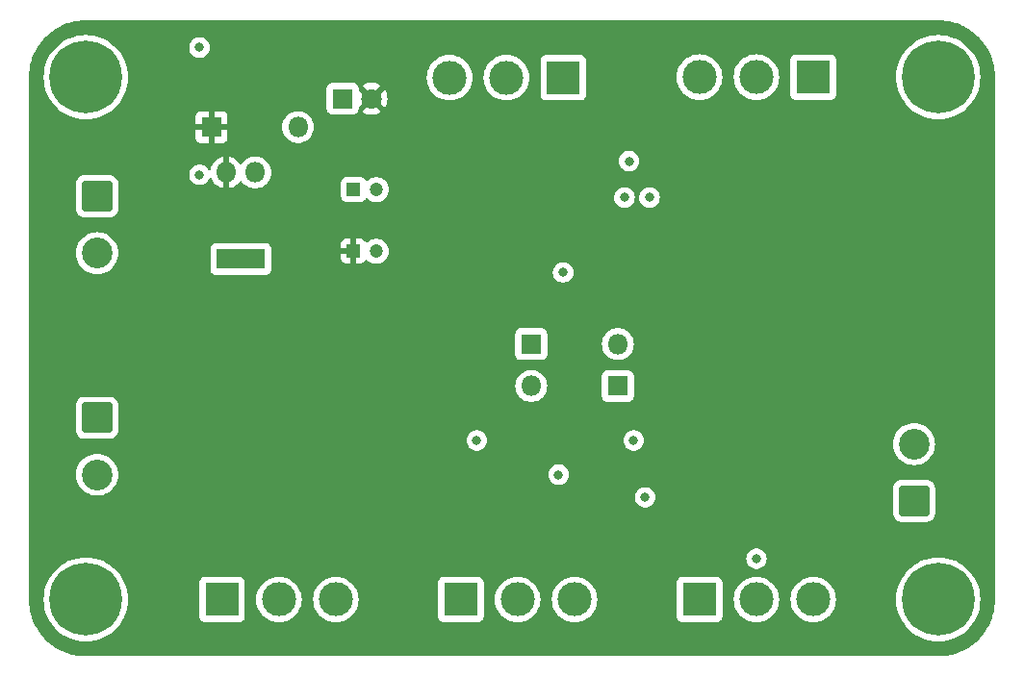
<source format=gbr>
%TF.GenerationSoftware,KiCad,Pcbnew,7.0.7*%
%TF.CreationDate,2024-01-15T18:38:01+01:00*%
%TF.ProjectId,MarshallGuvnor,4d617273-6861-46c6-9c47-75766e6f722e,rev?*%
%TF.SameCoordinates,Original*%
%TF.FileFunction,Copper,L3,Inr*%
%TF.FilePolarity,Positive*%
%FSLAX46Y46*%
G04 Gerber Fmt 4.6, Leading zero omitted, Abs format (unit mm)*
G04 Created by KiCad (PCBNEW 7.0.7) date 2024-01-15 18:38:01*
%MOMM*%
%LPD*%
G01*
G04 APERTURE LIST*
G04 Aperture macros list*
%AMRoundRect*
0 Rectangle with rounded corners*
0 $1 Rounding radius*
0 $2 $3 $4 $5 $6 $7 $8 $9 X,Y pos of 4 corners*
0 Add a 4 corners polygon primitive as box body*
4,1,4,$2,$3,$4,$5,$6,$7,$8,$9,$2,$3,0*
0 Add four circle primitives for the rounded corners*
1,1,$1+$1,$2,$3*
1,1,$1+$1,$4,$5*
1,1,$1+$1,$6,$7*
1,1,$1+$1,$8,$9*
0 Add four rect primitives between the rounded corners*
20,1,$1+$1,$2,$3,$4,$5,0*
20,1,$1+$1,$4,$5,$6,$7,0*
20,1,$1+$1,$6,$7,$8,$9,0*
20,1,$1+$1,$8,$9,$2,$3,0*%
G04 Aperture macros list end*
%TA.AperFunction,ComponentPad*%
%ADD10R,1.800000X1.800000*%
%TD*%
%TA.AperFunction,ComponentPad*%
%ADD11C,1.800000*%
%TD*%
%TA.AperFunction,ComponentPad*%
%ADD12R,3.000000X3.000000*%
%TD*%
%TA.AperFunction,ComponentPad*%
%ADD13C,3.000000*%
%TD*%
%TA.AperFunction,ComponentPad*%
%ADD14O,1.800000X1.800000*%
%TD*%
%TA.AperFunction,ComponentPad*%
%ADD15C,0.800000*%
%TD*%
%TA.AperFunction,ComponentPad*%
%ADD16C,6.400000*%
%TD*%
%TA.AperFunction,ComponentPad*%
%ADD17RoundRect,0.250001X-1.099999X1.099999X-1.099999X-1.099999X1.099999X-1.099999X1.099999X1.099999X0*%
%TD*%
%TA.AperFunction,ComponentPad*%
%ADD18C,2.700000*%
%TD*%
%TA.AperFunction,ComponentPad*%
%ADD19R,1.200000X1.200000*%
%TD*%
%TA.AperFunction,ComponentPad*%
%ADD20C,1.200000*%
%TD*%
%TA.AperFunction,ComponentPad*%
%ADD21R,2.800000X1.800000*%
%TD*%
%TA.AperFunction,ComponentPad*%
%ADD22RoundRect,0.250001X1.099999X-1.099999X1.099999X1.099999X-1.099999X1.099999X-1.099999X-1.099999X0*%
%TD*%
%TA.AperFunction,ViaPad*%
%ADD23C,0.800000*%
%TD*%
G04 APERTURE END LIST*
D10*
%TO.N,Net-(D2-K)*%
%TO.C,D2*%
X127597500Y-106900000D03*
D11*
%TO.N,+9V*%
X130137500Y-106900000D03*
%TD*%
D12*
%TO.N,GND*%
%TO.C,RV3*%
X138000000Y-151000000D03*
D13*
%TO.N,Net-(C13-Pad1)*%
X143000000Y-151000000D03*
%TO.N,Net-(R15-Pad2)*%
X148000000Y-151000000D03*
%TD*%
D10*
%TO.N,+9V*%
%TO.C,D1*%
X116055000Y-109400000D03*
D14*
%TO.N,Net-(D1-A)*%
X123675000Y-109400000D03*
%TD*%
D15*
%TO.N,GND*%
%TO.C,H3*%
X102600000Y-151000000D03*
X103302944Y-149302944D03*
X103302944Y-152697056D03*
X105000000Y-148600000D03*
D16*
X105000000Y-151000000D03*
D15*
X105000000Y-153400000D03*
X106697056Y-149302944D03*
X106697056Y-152697056D03*
X107400000Y-151000000D03*
%TD*%
D17*
%TO.N,Net-(J1-Pin_1)*%
%TO.C,J1*%
X106000000Y-115500000D03*
D18*
%TO.N,GND*%
X106000000Y-120500000D03*
%TD*%
D12*
%TO.N,Net-(U1A--)*%
%TO.C,RV1*%
X147000000Y-105050000D03*
D13*
%TO.N,Net-(C10-Pad2)*%
X142000000Y-105050000D03*
%TO.N,Net-(C7-Pad1)*%
X137000000Y-105050000D03*
%TD*%
D19*
%TO.N,+4V*%
%TO.C,C4*%
X128564901Y-114900000D03*
D20*
%TO.N,GND*%
X130564901Y-114900000D03*
%TD*%
D15*
%TO.N,GND*%
%TO.C,H4*%
X177600000Y-151000000D03*
X178302944Y-149302944D03*
X178302944Y-152697056D03*
X180000000Y-148600000D03*
D16*
X180000000Y-151000000D03*
D15*
X180000000Y-153400000D03*
X181697056Y-149302944D03*
X181697056Y-152697056D03*
X182400000Y-151000000D03*
%TD*%
D12*
%TO.N,Net-(C17-Pad1)*%
%TO.C,RV5*%
X159000000Y-151000000D03*
D13*
%TO.N,MIX_OUT*%
X164000000Y-151000000D03*
%TO.N,Net-(C14-Pad1)*%
X169000000Y-151000000D03*
%TD*%
D17*
%TO.N,Net-(J2-Pin_1)*%
%TO.C,J2*%
X106000000Y-135000000D03*
D18*
%TO.N,GND*%
X106000000Y-140000000D03*
%TD*%
D19*
%TO.N,+9V*%
%TO.C,C3*%
X128537500Y-120325000D03*
D20*
%TO.N,GND*%
X130537500Y-120325000D03*
%TD*%
D12*
%TO.N,GND*%
%TO.C,RV2*%
X169000000Y-105000000D03*
D13*
%TO.N,Net-(R12-Pad1)*%
X164000000Y-105000000D03*
%TO.N,MIX_OUT*%
X159000000Y-105000000D03*
%TD*%
D15*
%TO.N,GND*%
%TO.C,H1*%
X102600000Y-105000000D03*
X103302944Y-103302944D03*
X103302944Y-106697056D03*
X105000000Y-102600000D03*
D16*
X105000000Y-105000000D03*
D15*
X105000000Y-107400000D03*
X106697056Y-103302944D03*
X106697056Y-106697056D03*
X107400000Y-105000000D03*
%TD*%
%TO.N,GND*%
%TO.C,H2*%
X177600000Y-105000000D03*
X178302944Y-103302944D03*
X178302944Y-106697056D03*
X180000000Y-102600000D03*
D16*
X180000000Y-105000000D03*
D15*
X180000000Y-107400000D03*
X181697056Y-103302944D03*
X181697056Y-106697056D03*
X182400000Y-105000000D03*
%TD*%
D12*
%TO.N,GND*%
%TO.C,RV4*%
X117000000Y-151000000D03*
D13*
%TO.N,Net-(C12-Pad1)*%
X122000000Y-151000000D03*
%TO.N,Net-(C17-Pad1)*%
X127000000Y-151000000D03*
%TD*%
D10*
%TO.N,Net-(J1-Pin_1)*%
%TO.C,Q1*%
X117367500Y-121020000D03*
D21*
X119407500Y-121020000D03*
D14*
%TO.N,Net-(D1-A)*%
X119907500Y-113400000D03*
%TO.N,+9V*%
X117367500Y-113400000D03*
%TD*%
D10*
%TO.N,GND*%
%TO.C,D3*%
X144190000Y-128500000D03*
D14*
%TO.N,DISTORSION_OUT*%
X151810000Y-128500000D03*
%TD*%
D10*
%TO.N,DISTORSION_OUT*%
%TO.C,D4*%
X151810000Y-132200000D03*
D14*
%TO.N,GND*%
X144190000Y-132200000D03*
%TD*%
D22*
%TO.N,GND*%
%TO.C,J3*%
X177861441Y-142299722D03*
D18*
%TO.N,Net-(J3-Pin_2)*%
X177861441Y-137299722D03*
%TD*%
D23*
%TO.N,+4V*%
X152400000Y-115600000D03*
%TO.N,GND*%
X154600000Y-115600000D03*
X115000000Y-102400000D03*
X115000000Y-113600000D03*
X147000000Y-122200000D03*
%TO.N,+9V*%
X154600000Y-126400000D03*
%TO.N,MIX_OUT*%
X164000000Y-147400000D03*
%TO.N,Net-(C13-Pad1)*%
X153200000Y-137000000D03*
%TO.N,Net-(C7-Pad1)*%
X152800000Y-112400000D03*
%TO.N,Net-(C12-Pad2)*%
X139400000Y-137000000D03*
X146600000Y-140000000D03*
%TO.N,Net-(C17-Pad1)*%
X154200000Y-142000000D03*
%TD*%
%TA.AperFunction,Conductor*%
%TO.N,+9V*%
G36*
X180217318Y-100009488D02*
G01*
X180415934Y-100018160D01*
X180420865Y-100018574D01*
X180636792Y-100045489D01*
X180832940Y-100071313D01*
X180837265Y-100071883D01*
X180841894Y-100072671D01*
X181054183Y-100117183D01*
X181252534Y-100161157D01*
X181256778Y-100162257D01*
X181464544Y-100224112D01*
X181658658Y-100285317D01*
X181662530Y-100286680D01*
X181864457Y-100365472D01*
X182052817Y-100443494D01*
X182056252Y-100445045D01*
X182131343Y-100481755D01*
X182250992Y-100540249D01*
X182388629Y-100611897D01*
X182432009Y-100634479D01*
X182435107Y-100636207D01*
X182621382Y-100747202D01*
X182793662Y-100856957D01*
X182796377Y-100858789D01*
X182972918Y-100984837D01*
X183135098Y-101109282D01*
X183137426Y-101111159D01*
X183303055Y-101251439D01*
X183454895Y-101390574D01*
X183609424Y-101545103D01*
X183673278Y-101614787D01*
X183748555Y-101696938D01*
X183763008Y-101714003D01*
X183888839Y-101862572D01*
X183890716Y-101864900D01*
X184015162Y-102027081D01*
X184141209Y-102203621D01*
X184143040Y-102206335D01*
X184252797Y-102378617D01*
X184363791Y-102564891D01*
X184365525Y-102568000D01*
X184459750Y-102749007D01*
X184495395Y-102821917D01*
X184554953Y-102943744D01*
X184556524Y-102947229D01*
X184634536Y-103135566D01*
X184713309Y-103337445D01*
X184714681Y-103341340D01*
X184775899Y-103535496D01*
X184837735Y-103743200D01*
X184838843Y-103747472D01*
X184882818Y-103945826D01*
X184927326Y-104158101D01*
X184928115Y-104162733D01*
X184954524Y-104363319D01*
X184981422Y-104579114D01*
X184981839Y-104584080D01*
X184990513Y-104782728D01*
X184999500Y-105000000D01*
X184999500Y-151000000D01*
X184990513Y-151217271D01*
X184981839Y-151415918D01*
X184981422Y-151420884D01*
X184954524Y-151636680D01*
X184928115Y-151837265D01*
X184927326Y-151841897D01*
X184882818Y-152054173D01*
X184838843Y-152252526D01*
X184837735Y-152256798D01*
X184775899Y-152464503D01*
X184714681Y-152658658D01*
X184713309Y-152662552D01*
X184634536Y-152864433D01*
X184556524Y-153052769D01*
X184554944Y-153056274D01*
X184459750Y-153250992D01*
X184365525Y-153431998D01*
X184363791Y-153435107D01*
X184252797Y-153621382D01*
X184143040Y-153793663D01*
X184141209Y-153796377D01*
X184015162Y-153972918D01*
X183890716Y-154135099D01*
X183888839Y-154137426D01*
X183748557Y-154303059D01*
X183609426Y-154454895D01*
X183454895Y-154609426D01*
X183303059Y-154748557D01*
X183137426Y-154888839D01*
X183135099Y-154890716D01*
X182972918Y-155015162D01*
X182796377Y-155141209D01*
X182793663Y-155143040D01*
X182621382Y-155252797D01*
X182435107Y-155363791D01*
X182431998Y-155365525D01*
X182250992Y-155459750D01*
X182056274Y-155554944D01*
X182052769Y-155556524D01*
X181864433Y-155634536D01*
X181662552Y-155713309D01*
X181658658Y-155714681D01*
X181464503Y-155775899D01*
X181256798Y-155837735D01*
X181252526Y-155838843D01*
X181054173Y-155882818D01*
X180841897Y-155927326D01*
X180837265Y-155928115D01*
X180636680Y-155954524D01*
X180420884Y-155981422D01*
X180415918Y-155981839D01*
X180217271Y-155990513D01*
X180000000Y-155999500D01*
X105000000Y-155999500D01*
X104782728Y-155990513D01*
X104584080Y-155981839D01*
X104579114Y-155981422D01*
X104363319Y-155954524D01*
X104162733Y-155928115D01*
X104158101Y-155927326D01*
X103945826Y-155882818D01*
X103747472Y-155838843D01*
X103743200Y-155837735D01*
X103535496Y-155775899D01*
X103341340Y-155714681D01*
X103337445Y-155713309D01*
X103135566Y-155634536D01*
X102947229Y-155556524D01*
X102943744Y-155554953D01*
X102884503Y-155525992D01*
X102749007Y-155459750D01*
X102568000Y-155365525D01*
X102564891Y-155363791D01*
X102378617Y-155252797D01*
X102206335Y-155143040D01*
X102203621Y-155141209D01*
X102027081Y-155015162D01*
X101864900Y-154890716D01*
X101862572Y-154888839D01*
X101696940Y-154748557D01*
X101545103Y-154609424D01*
X101390574Y-154454895D01*
X101251439Y-154303055D01*
X101111159Y-154137426D01*
X101109282Y-154135098D01*
X100984837Y-153972918D01*
X100858789Y-153796377D01*
X100856957Y-153793662D01*
X100747202Y-153621382D01*
X100636207Y-153435107D01*
X100634473Y-153431998D01*
X100540249Y-153250992D01*
X100481755Y-153131343D01*
X100445045Y-153056252D01*
X100443494Y-153052817D01*
X100365463Y-152864433D01*
X100286680Y-152662530D01*
X100285317Y-152658658D01*
X100250390Y-152547883D01*
X100224100Y-152464503D01*
X100162257Y-152256778D01*
X100161155Y-152252526D01*
X100117181Y-152054173D01*
X100111495Y-152027057D01*
X100072671Y-151841894D01*
X100071883Y-151837265D01*
X100063084Y-151770429D01*
X100045489Y-151636791D01*
X100018574Y-151420865D01*
X100018160Y-151415934D01*
X100009486Y-151217271D01*
X100000500Y-151000000D01*
X101294422Y-151000000D01*
X101314722Y-151387339D01*
X101375397Y-151770427D01*
X101375397Y-151770429D01*
X101475788Y-152145094D01*
X101614787Y-152507197D01*
X101790877Y-152852793D01*
X102002122Y-153178082D01*
X102002124Y-153178084D01*
X102246219Y-153479516D01*
X102520484Y-153753781D01*
X102520488Y-153753784D01*
X102821917Y-153997877D01*
X103036804Y-154137426D01*
X103147211Y-154209125D01*
X103492806Y-154385214D01*
X103854913Y-154524214D01*
X104229567Y-154624602D01*
X104612662Y-154685278D01*
X104978576Y-154704455D01*
X104999999Y-154705578D01*
X105000000Y-154705578D01*
X105000001Y-154705578D01*
X105020301Y-154704514D01*
X105387338Y-154685278D01*
X105770433Y-154624602D01*
X106145087Y-154524214D01*
X106507194Y-154385214D01*
X106852789Y-154209125D01*
X107178084Y-153997876D01*
X107479516Y-153753781D01*
X107753781Y-153479516D01*
X107997876Y-153178084D01*
X108209125Y-152852789D01*
X108364489Y-152547870D01*
X114999500Y-152547870D01*
X114999501Y-152547876D01*
X115005908Y-152607483D01*
X115056202Y-152742328D01*
X115056206Y-152742335D01*
X115142452Y-152857544D01*
X115142455Y-152857547D01*
X115257664Y-152943793D01*
X115257671Y-152943797D01*
X115392517Y-152994091D01*
X115392516Y-152994091D01*
X115399444Y-152994835D01*
X115452127Y-153000500D01*
X118547872Y-153000499D01*
X118607483Y-152994091D01*
X118742331Y-152943796D01*
X118857546Y-152857546D01*
X118943796Y-152742331D01*
X118994091Y-152607483D01*
X119000500Y-152547873D01*
X119000499Y-151000000D01*
X119994390Y-151000000D01*
X120014804Y-151285433D01*
X120075628Y-151565037D01*
X120075630Y-151565043D01*
X120075631Y-151565046D01*
X120175633Y-151833161D01*
X120175635Y-151833166D01*
X120312770Y-152084309D01*
X120312775Y-152084317D01*
X120484254Y-152313387D01*
X120484270Y-152313405D01*
X120686594Y-152515729D01*
X120686612Y-152515745D01*
X120915682Y-152687224D01*
X120915690Y-152687229D01*
X121166833Y-152824364D01*
X121166832Y-152824364D01*
X121166836Y-152824365D01*
X121166839Y-152824367D01*
X121434954Y-152924369D01*
X121434960Y-152924370D01*
X121434962Y-152924371D01*
X121714566Y-152985195D01*
X121714568Y-152985195D01*
X121714572Y-152985196D01*
X121968220Y-153003337D01*
X121999999Y-153005610D01*
X122000000Y-153005610D01*
X122000001Y-153005610D01*
X122028595Y-153003564D01*
X122285428Y-152985196D01*
X122475742Y-152943796D01*
X122565037Y-152924371D01*
X122565037Y-152924370D01*
X122565046Y-152924369D01*
X122833161Y-152824367D01*
X123084315Y-152687226D01*
X123313395Y-152515739D01*
X123515739Y-152313395D01*
X123687226Y-152084315D01*
X123824367Y-151833161D01*
X123924369Y-151565046D01*
X123924371Y-151565037D01*
X123985195Y-151285433D01*
X123985195Y-151285432D01*
X123985196Y-151285428D01*
X124005610Y-151000000D01*
X124994390Y-151000000D01*
X125014804Y-151285433D01*
X125075628Y-151565037D01*
X125075630Y-151565043D01*
X125075631Y-151565046D01*
X125175633Y-151833161D01*
X125175635Y-151833166D01*
X125312770Y-152084309D01*
X125312775Y-152084317D01*
X125484254Y-152313387D01*
X125484270Y-152313405D01*
X125686594Y-152515729D01*
X125686612Y-152515745D01*
X125915682Y-152687224D01*
X125915690Y-152687229D01*
X126166833Y-152824364D01*
X126166832Y-152824364D01*
X126166836Y-152824365D01*
X126166839Y-152824367D01*
X126434954Y-152924369D01*
X126434960Y-152924370D01*
X126434962Y-152924371D01*
X126714566Y-152985195D01*
X126714568Y-152985195D01*
X126714572Y-152985196D01*
X126968220Y-153003337D01*
X126999999Y-153005610D01*
X127000000Y-153005610D01*
X127000001Y-153005610D01*
X127028595Y-153003564D01*
X127285428Y-152985196D01*
X127475742Y-152943796D01*
X127565037Y-152924371D01*
X127565037Y-152924370D01*
X127565046Y-152924369D01*
X127833161Y-152824367D01*
X128084315Y-152687226D01*
X128270473Y-152547870D01*
X135999500Y-152547870D01*
X135999501Y-152547876D01*
X136005908Y-152607483D01*
X136056202Y-152742328D01*
X136056206Y-152742335D01*
X136142452Y-152857544D01*
X136142455Y-152857547D01*
X136257664Y-152943793D01*
X136257671Y-152943797D01*
X136392517Y-152994091D01*
X136392516Y-152994091D01*
X136399444Y-152994835D01*
X136452127Y-153000500D01*
X139547872Y-153000499D01*
X139607483Y-152994091D01*
X139742331Y-152943796D01*
X139857546Y-152857546D01*
X139943796Y-152742331D01*
X139994091Y-152607483D01*
X140000500Y-152547873D01*
X140000499Y-151000000D01*
X140994390Y-151000000D01*
X141014804Y-151285433D01*
X141075628Y-151565037D01*
X141075630Y-151565043D01*
X141075631Y-151565046D01*
X141175633Y-151833161D01*
X141175635Y-151833166D01*
X141312770Y-152084309D01*
X141312775Y-152084317D01*
X141484254Y-152313387D01*
X141484270Y-152313405D01*
X141686594Y-152515729D01*
X141686612Y-152515745D01*
X141915682Y-152687224D01*
X141915690Y-152687229D01*
X142166833Y-152824364D01*
X142166832Y-152824364D01*
X142166836Y-152824365D01*
X142166839Y-152824367D01*
X142434954Y-152924369D01*
X142434960Y-152924370D01*
X142434962Y-152924371D01*
X142714566Y-152985195D01*
X142714568Y-152985195D01*
X142714572Y-152985196D01*
X142968220Y-153003337D01*
X142999999Y-153005610D01*
X143000000Y-153005610D01*
X143000001Y-153005610D01*
X143028595Y-153003564D01*
X143285428Y-152985196D01*
X143475742Y-152943796D01*
X143565037Y-152924371D01*
X143565037Y-152924370D01*
X143565046Y-152924369D01*
X143833161Y-152824367D01*
X144084315Y-152687226D01*
X144313395Y-152515739D01*
X144515739Y-152313395D01*
X144687226Y-152084315D01*
X144824367Y-151833161D01*
X144924369Y-151565046D01*
X144924371Y-151565037D01*
X144985195Y-151285433D01*
X144985195Y-151285432D01*
X144985196Y-151285428D01*
X145005610Y-151000000D01*
X145994390Y-151000000D01*
X146014804Y-151285433D01*
X146075628Y-151565037D01*
X146075630Y-151565043D01*
X146075631Y-151565046D01*
X146175633Y-151833161D01*
X146175635Y-151833166D01*
X146312770Y-152084309D01*
X146312775Y-152084317D01*
X146484254Y-152313387D01*
X146484270Y-152313405D01*
X146686594Y-152515729D01*
X146686612Y-152515745D01*
X146915682Y-152687224D01*
X146915690Y-152687229D01*
X147166833Y-152824364D01*
X147166832Y-152824364D01*
X147166836Y-152824365D01*
X147166839Y-152824367D01*
X147434954Y-152924369D01*
X147434960Y-152924370D01*
X147434962Y-152924371D01*
X147714566Y-152985195D01*
X147714568Y-152985195D01*
X147714572Y-152985196D01*
X147968220Y-153003337D01*
X147999999Y-153005610D01*
X148000000Y-153005610D01*
X148000001Y-153005610D01*
X148028595Y-153003564D01*
X148285428Y-152985196D01*
X148475742Y-152943796D01*
X148565037Y-152924371D01*
X148565037Y-152924370D01*
X148565046Y-152924369D01*
X148833161Y-152824367D01*
X149084315Y-152687226D01*
X149270473Y-152547870D01*
X156999500Y-152547870D01*
X156999501Y-152547876D01*
X157005908Y-152607483D01*
X157056202Y-152742328D01*
X157056206Y-152742335D01*
X157142452Y-152857544D01*
X157142455Y-152857547D01*
X157257664Y-152943793D01*
X157257671Y-152943797D01*
X157392517Y-152994091D01*
X157392516Y-152994091D01*
X157399444Y-152994835D01*
X157452127Y-153000500D01*
X160547872Y-153000499D01*
X160607483Y-152994091D01*
X160742331Y-152943796D01*
X160857546Y-152857546D01*
X160943796Y-152742331D01*
X160994091Y-152607483D01*
X161000500Y-152547873D01*
X161000499Y-151000000D01*
X161994390Y-151000000D01*
X162014804Y-151285433D01*
X162075628Y-151565037D01*
X162075630Y-151565043D01*
X162075631Y-151565046D01*
X162175633Y-151833161D01*
X162175635Y-151833166D01*
X162312770Y-152084309D01*
X162312775Y-152084317D01*
X162484254Y-152313387D01*
X162484270Y-152313405D01*
X162686594Y-152515729D01*
X162686612Y-152515745D01*
X162915682Y-152687224D01*
X162915690Y-152687229D01*
X163166833Y-152824364D01*
X163166832Y-152824364D01*
X163166836Y-152824365D01*
X163166839Y-152824367D01*
X163434954Y-152924369D01*
X163434960Y-152924370D01*
X163434962Y-152924371D01*
X163714566Y-152985195D01*
X163714568Y-152985195D01*
X163714572Y-152985196D01*
X163968220Y-153003337D01*
X163999999Y-153005610D01*
X164000000Y-153005610D01*
X164000001Y-153005610D01*
X164028595Y-153003564D01*
X164285428Y-152985196D01*
X164475742Y-152943796D01*
X164565037Y-152924371D01*
X164565037Y-152924370D01*
X164565046Y-152924369D01*
X164833161Y-152824367D01*
X165084315Y-152687226D01*
X165313395Y-152515739D01*
X165515739Y-152313395D01*
X165687226Y-152084315D01*
X165824367Y-151833161D01*
X165924369Y-151565046D01*
X165924371Y-151565037D01*
X165985195Y-151285433D01*
X165985195Y-151285432D01*
X165985196Y-151285428D01*
X166005610Y-151000000D01*
X166994390Y-151000000D01*
X167014804Y-151285433D01*
X167075628Y-151565037D01*
X167075630Y-151565043D01*
X167075631Y-151565046D01*
X167175633Y-151833161D01*
X167175635Y-151833166D01*
X167312770Y-152084309D01*
X167312775Y-152084317D01*
X167484254Y-152313387D01*
X167484270Y-152313405D01*
X167686594Y-152515729D01*
X167686612Y-152515745D01*
X167915682Y-152687224D01*
X167915690Y-152687229D01*
X168166833Y-152824364D01*
X168166832Y-152824364D01*
X168166836Y-152824365D01*
X168166839Y-152824367D01*
X168434954Y-152924369D01*
X168434960Y-152924370D01*
X168434962Y-152924371D01*
X168714566Y-152985195D01*
X168714568Y-152985195D01*
X168714572Y-152985196D01*
X168968220Y-153003337D01*
X168999999Y-153005610D01*
X169000000Y-153005610D01*
X169000001Y-153005610D01*
X169028595Y-153003564D01*
X169285428Y-152985196D01*
X169475742Y-152943796D01*
X169565037Y-152924371D01*
X169565037Y-152924370D01*
X169565046Y-152924369D01*
X169833161Y-152824367D01*
X170084315Y-152687226D01*
X170313395Y-152515739D01*
X170515739Y-152313395D01*
X170687226Y-152084315D01*
X170824367Y-151833161D01*
X170924369Y-151565046D01*
X170924371Y-151565037D01*
X170985195Y-151285433D01*
X170985195Y-151285432D01*
X170985196Y-151285428D01*
X171005610Y-151000000D01*
X176294422Y-151000000D01*
X176314722Y-151387339D01*
X176375397Y-151770427D01*
X176375397Y-151770429D01*
X176475788Y-152145094D01*
X176614787Y-152507197D01*
X176790877Y-152852793D01*
X177002122Y-153178082D01*
X177002124Y-153178084D01*
X177246219Y-153479516D01*
X177520484Y-153753781D01*
X177520488Y-153753784D01*
X177821917Y-153997877D01*
X178036804Y-154137426D01*
X178147211Y-154209125D01*
X178492806Y-154385214D01*
X178854913Y-154524214D01*
X179229567Y-154624602D01*
X179612662Y-154685278D01*
X179978576Y-154704455D01*
X179999999Y-154705578D01*
X180000000Y-154705578D01*
X180000001Y-154705578D01*
X180020300Y-154704514D01*
X180387338Y-154685278D01*
X180770433Y-154624602D01*
X181145087Y-154524214D01*
X181507194Y-154385214D01*
X181852789Y-154209125D01*
X182178084Y-153997876D01*
X182479516Y-153753781D01*
X182753781Y-153479516D01*
X182997876Y-153178084D01*
X183209125Y-152852789D01*
X183385214Y-152507194D01*
X183524214Y-152145087D01*
X183624602Y-151770433D01*
X183685278Y-151387338D01*
X183705578Y-151000000D01*
X183685278Y-150612662D01*
X183624602Y-150229567D01*
X183524214Y-149854913D01*
X183385214Y-149492806D01*
X183209125Y-149147211D01*
X183209122Y-149147206D01*
X182997877Y-148821917D01*
X182753784Y-148520488D01*
X182753781Y-148520484D01*
X182479516Y-148246219D01*
X182445164Y-148218401D01*
X182178082Y-148002122D01*
X181852793Y-147790877D01*
X181507197Y-147614787D01*
X181145094Y-147475788D01*
X181145087Y-147475786D01*
X180770433Y-147375398D01*
X180770429Y-147375397D01*
X180770428Y-147375397D01*
X180387339Y-147314722D01*
X180000001Y-147294422D01*
X179999999Y-147294422D01*
X179612660Y-147314722D01*
X179229572Y-147375397D01*
X179229570Y-147375397D01*
X178854905Y-147475788D01*
X178492802Y-147614787D01*
X178147206Y-147790877D01*
X177821917Y-148002122D01*
X177520488Y-148246215D01*
X177520480Y-148246222D01*
X177246222Y-148520480D01*
X177246215Y-148520488D01*
X177002122Y-148821917D01*
X176790877Y-149147206D01*
X176614787Y-149492802D01*
X176475788Y-149854905D01*
X176375397Y-150229570D01*
X176375397Y-150229572D01*
X176314722Y-150612660D01*
X176294422Y-150999999D01*
X176294422Y-151000000D01*
X171005610Y-151000000D01*
X170985196Y-150714572D01*
X170963026Y-150612660D01*
X170924371Y-150434962D01*
X170924370Y-150434960D01*
X170924369Y-150434954D01*
X170824367Y-150166839D01*
X170687226Y-149915685D01*
X170641727Y-149854905D01*
X170515745Y-149686612D01*
X170515729Y-149686594D01*
X170313405Y-149484270D01*
X170313387Y-149484254D01*
X170084317Y-149312775D01*
X170084309Y-149312770D01*
X169833166Y-149175635D01*
X169833167Y-149175635D01*
X169725914Y-149135632D01*
X169565046Y-149075631D01*
X169565043Y-149075630D01*
X169565037Y-149075628D01*
X169285433Y-149014804D01*
X169000001Y-148994390D01*
X168999999Y-148994390D01*
X168714566Y-149014804D01*
X168434962Y-149075628D01*
X168166833Y-149175635D01*
X167915690Y-149312770D01*
X167915682Y-149312775D01*
X167686612Y-149484254D01*
X167686594Y-149484270D01*
X167484270Y-149686594D01*
X167484254Y-149686612D01*
X167312775Y-149915682D01*
X167312770Y-149915690D01*
X167175635Y-150166833D01*
X167075628Y-150434962D01*
X167014804Y-150714566D01*
X166994390Y-150999998D01*
X166994390Y-151000000D01*
X166005610Y-151000000D01*
X165985196Y-150714572D01*
X165963026Y-150612660D01*
X165924371Y-150434962D01*
X165924370Y-150434960D01*
X165924369Y-150434954D01*
X165824367Y-150166839D01*
X165687226Y-149915685D01*
X165641727Y-149854905D01*
X165515745Y-149686612D01*
X165515729Y-149686594D01*
X165313405Y-149484270D01*
X165313387Y-149484254D01*
X165084317Y-149312775D01*
X165084309Y-149312770D01*
X164833166Y-149175635D01*
X164833167Y-149175635D01*
X164725914Y-149135632D01*
X164565046Y-149075631D01*
X164565043Y-149075630D01*
X164565037Y-149075628D01*
X164285433Y-149014804D01*
X164000001Y-148994390D01*
X163999999Y-148994390D01*
X163714566Y-149014804D01*
X163434962Y-149075628D01*
X163166833Y-149175635D01*
X162915690Y-149312770D01*
X162915682Y-149312775D01*
X162686612Y-149484254D01*
X162686594Y-149484270D01*
X162484270Y-149686594D01*
X162484254Y-149686612D01*
X162312775Y-149915682D01*
X162312770Y-149915690D01*
X162175635Y-150166833D01*
X162075628Y-150434962D01*
X162014804Y-150714566D01*
X161994390Y-150999998D01*
X161994390Y-151000000D01*
X161000499Y-151000000D01*
X161000499Y-149452128D01*
X160994091Y-149392517D01*
X160964347Y-149312770D01*
X160943797Y-149257671D01*
X160943793Y-149257664D01*
X160857547Y-149142455D01*
X160857544Y-149142452D01*
X160742335Y-149056206D01*
X160742328Y-149056202D01*
X160607482Y-149005908D01*
X160607483Y-149005908D01*
X160547883Y-148999501D01*
X160547881Y-148999500D01*
X160547873Y-148999500D01*
X160547864Y-148999500D01*
X157452129Y-148999500D01*
X157452123Y-148999501D01*
X157392516Y-149005908D01*
X157257671Y-149056202D01*
X157257664Y-149056206D01*
X157142455Y-149142452D01*
X157142452Y-149142455D01*
X157056206Y-149257664D01*
X157056202Y-149257671D01*
X157005908Y-149392517D01*
X156999501Y-149452116D01*
X156999501Y-149452123D01*
X156999500Y-149452135D01*
X156999500Y-152547870D01*
X149270473Y-152547870D01*
X149313395Y-152515739D01*
X149515739Y-152313395D01*
X149687226Y-152084315D01*
X149824367Y-151833161D01*
X149924369Y-151565046D01*
X149924371Y-151565037D01*
X149985195Y-151285433D01*
X149985195Y-151285432D01*
X149985196Y-151285428D01*
X150005610Y-151000000D01*
X149985196Y-150714572D01*
X149963026Y-150612660D01*
X149924371Y-150434962D01*
X149924370Y-150434960D01*
X149924369Y-150434954D01*
X149824367Y-150166839D01*
X149687226Y-149915685D01*
X149641727Y-149854905D01*
X149515745Y-149686612D01*
X149515729Y-149686594D01*
X149313405Y-149484270D01*
X149313387Y-149484254D01*
X149084317Y-149312775D01*
X149084309Y-149312770D01*
X148833166Y-149175635D01*
X148833167Y-149175635D01*
X148725914Y-149135632D01*
X148565046Y-149075631D01*
X148565043Y-149075630D01*
X148565037Y-149075628D01*
X148285433Y-149014804D01*
X148000001Y-148994390D01*
X147999999Y-148994390D01*
X147714566Y-149014804D01*
X147434962Y-149075628D01*
X147166833Y-149175635D01*
X146915690Y-149312770D01*
X146915682Y-149312775D01*
X146686612Y-149484254D01*
X146686594Y-149484270D01*
X146484270Y-149686594D01*
X146484254Y-149686612D01*
X146312775Y-149915682D01*
X146312770Y-149915690D01*
X146175635Y-150166833D01*
X146075628Y-150434962D01*
X146014804Y-150714566D01*
X145994390Y-150999998D01*
X145994390Y-151000000D01*
X145005610Y-151000000D01*
X144985196Y-150714572D01*
X144963026Y-150612660D01*
X144924371Y-150434962D01*
X144924370Y-150434960D01*
X144924369Y-150434954D01*
X144824367Y-150166839D01*
X144687226Y-149915685D01*
X144641727Y-149854905D01*
X144515745Y-149686612D01*
X144515729Y-149686594D01*
X144313405Y-149484270D01*
X144313387Y-149484254D01*
X144084317Y-149312775D01*
X144084309Y-149312770D01*
X143833166Y-149175635D01*
X143833167Y-149175635D01*
X143725914Y-149135632D01*
X143565046Y-149075631D01*
X143565043Y-149075630D01*
X143565037Y-149075628D01*
X143285433Y-149014804D01*
X143000001Y-148994390D01*
X142999999Y-148994390D01*
X142714566Y-149014804D01*
X142434962Y-149075628D01*
X142166833Y-149175635D01*
X141915690Y-149312770D01*
X141915682Y-149312775D01*
X141686612Y-149484254D01*
X141686594Y-149484270D01*
X141484270Y-149686594D01*
X141484254Y-149686612D01*
X141312775Y-149915682D01*
X141312770Y-149915690D01*
X141175635Y-150166833D01*
X141075628Y-150434962D01*
X141014804Y-150714566D01*
X140994390Y-150999998D01*
X140994390Y-151000000D01*
X140000499Y-151000000D01*
X140000499Y-149452128D01*
X139994091Y-149392517D01*
X139964347Y-149312770D01*
X139943797Y-149257671D01*
X139943793Y-149257664D01*
X139857547Y-149142455D01*
X139857544Y-149142452D01*
X139742335Y-149056206D01*
X139742328Y-149056202D01*
X139607482Y-149005908D01*
X139607483Y-149005908D01*
X139547883Y-148999501D01*
X139547881Y-148999500D01*
X139547873Y-148999500D01*
X139547864Y-148999500D01*
X136452129Y-148999500D01*
X136452123Y-148999501D01*
X136392516Y-149005908D01*
X136257671Y-149056202D01*
X136257664Y-149056206D01*
X136142455Y-149142452D01*
X136142452Y-149142455D01*
X136056206Y-149257664D01*
X136056202Y-149257671D01*
X136005908Y-149392517D01*
X135999501Y-149452116D01*
X135999501Y-149452123D01*
X135999500Y-149452135D01*
X135999500Y-152547870D01*
X128270473Y-152547870D01*
X128313395Y-152515739D01*
X128515739Y-152313395D01*
X128687226Y-152084315D01*
X128824367Y-151833161D01*
X128924369Y-151565046D01*
X128924371Y-151565037D01*
X128985195Y-151285433D01*
X128985195Y-151285432D01*
X128985196Y-151285428D01*
X129005610Y-151000000D01*
X128985196Y-150714572D01*
X128963026Y-150612660D01*
X128924371Y-150434962D01*
X128924370Y-150434960D01*
X128924369Y-150434954D01*
X128824367Y-150166839D01*
X128687226Y-149915685D01*
X128641727Y-149854905D01*
X128515745Y-149686612D01*
X128515729Y-149686594D01*
X128313405Y-149484270D01*
X128313387Y-149484254D01*
X128084317Y-149312775D01*
X128084309Y-149312770D01*
X127833166Y-149175635D01*
X127833167Y-149175635D01*
X127725914Y-149135632D01*
X127565046Y-149075631D01*
X127565043Y-149075630D01*
X127565037Y-149075628D01*
X127285433Y-149014804D01*
X127000001Y-148994390D01*
X126999999Y-148994390D01*
X126714566Y-149014804D01*
X126434962Y-149075628D01*
X126166833Y-149175635D01*
X125915690Y-149312770D01*
X125915682Y-149312775D01*
X125686612Y-149484254D01*
X125686594Y-149484270D01*
X125484270Y-149686594D01*
X125484254Y-149686612D01*
X125312775Y-149915682D01*
X125312770Y-149915690D01*
X125175635Y-150166833D01*
X125075628Y-150434962D01*
X125014804Y-150714566D01*
X124994390Y-150999998D01*
X124994390Y-151000000D01*
X124005610Y-151000000D01*
X123985196Y-150714572D01*
X123963026Y-150612660D01*
X123924371Y-150434962D01*
X123924370Y-150434960D01*
X123924369Y-150434954D01*
X123824367Y-150166839D01*
X123687226Y-149915685D01*
X123641727Y-149854905D01*
X123515745Y-149686612D01*
X123515729Y-149686594D01*
X123313405Y-149484270D01*
X123313387Y-149484254D01*
X123084317Y-149312775D01*
X123084309Y-149312770D01*
X122833166Y-149175635D01*
X122833167Y-149175635D01*
X122725915Y-149135632D01*
X122565046Y-149075631D01*
X122565043Y-149075630D01*
X122565037Y-149075628D01*
X122285433Y-149014804D01*
X122000001Y-148994390D01*
X121999999Y-148994390D01*
X121714566Y-149014804D01*
X121434962Y-149075628D01*
X121166833Y-149175635D01*
X120915690Y-149312770D01*
X120915682Y-149312775D01*
X120686612Y-149484254D01*
X120686594Y-149484270D01*
X120484270Y-149686594D01*
X120484254Y-149686612D01*
X120312775Y-149915682D01*
X120312770Y-149915690D01*
X120175635Y-150166833D01*
X120075628Y-150434962D01*
X120014804Y-150714566D01*
X119994390Y-150999998D01*
X119994390Y-151000000D01*
X119000499Y-151000000D01*
X119000499Y-149452128D01*
X118994091Y-149392517D01*
X118964347Y-149312770D01*
X118943797Y-149257671D01*
X118943793Y-149257664D01*
X118857547Y-149142455D01*
X118857544Y-149142452D01*
X118742335Y-149056206D01*
X118742328Y-149056202D01*
X118607482Y-149005908D01*
X118607483Y-149005908D01*
X118547883Y-148999501D01*
X118547881Y-148999500D01*
X118547873Y-148999500D01*
X118547864Y-148999500D01*
X115452129Y-148999500D01*
X115452123Y-148999501D01*
X115392516Y-149005908D01*
X115257671Y-149056202D01*
X115257664Y-149056206D01*
X115142455Y-149142452D01*
X115142452Y-149142455D01*
X115056206Y-149257664D01*
X115056202Y-149257671D01*
X115005908Y-149392517D01*
X114999501Y-149452116D01*
X114999501Y-149452123D01*
X114999500Y-149452135D01*
X114999500Y-152547870D01*
X108364489Y-152547870D01*
X108385214Y-152507194D01*
X108524214Y-152145087D01*
X108624602Y-151770433D01*
X108685278Y-151387338D01*
X108705578Y-151000000D01*
X108685278Y-150612662D01*
X108624602Y-150229567D01*
X108524214Y-149854913D01*
X108385214Y-149492806D01*
X108209125Y-149147211D01*
X108209122Y-149147206D01*
X107997877Y-148821917D01*
X107753784Y-148520488D01*
X107753781Y-148520484D01*
X107479516Y-148246219D01*
X107445164Y-148218401D01*
X107178082Y-148002122D01*
X106852793Y-147790877D01*
X106507197Y-147614787D01*
X106145094Y-147475788D01*
X106145087Y-147475786D01*
X105862249Y-147400000D01*
X163094540Y-147400000D01*
X163114326Y-147588256D01*
X163114327Y-147588259D01*
X163172818Y-147768277D01*
X163172821Y-147768284D01*
X163267467Y-147932216D01*
X163330411Y-148002122D01*
X163394129Y-148072888D01*
X163547265Y-148184148D01*
X163547270Y-148184151D01*
X163720192Y-148261142D01*
X163720197Y-148261144D01*
X163905354Y-148300500D01*
X163905355Y-148300500D01*
X164094644Y-148300500D01*
X164094646Y-148300500D01*
X164279803Y-148261144D01*
X164452730Y-148184151D01*
X164605871Y-148072888D01*
X164732533Y-147932216D01*
X164827179Y-147768284D01*
X164885674Y-147588256D01*
X164905460Y-147400000D01*
X164885674Y-147211744D01*
X164827179Y-147031716D01*
X164732533Y-146867784D01*
X164605871Y-146727112D01*
X164605870Y-146727111D01*
X164452734Y-146615851D01*
X164452729Y-146615848D01*
X164279807Y-146538857D01*
X164279802Y-146538855D01*
X164134000Y-146507865D01*
X164094646Y-146499500D01*
X163905354Y-146499500D01*
X163872897Y-146506398D01*
X163720197Y-146538855D01*
X163720192Y-146538857D01*
X163547270Y-146615848D01*
X163547265Y-146615851D01*
X163394129Y-146727111D01*
X163267466Y-146867785D01*
X163172821Y-147031715D01*
X163172818Y-147031722D01*
X163114327Y-147211740D01*
X163114326Y-147211744D01*
X163094540Y-147400000D01*
X105862249Y-147400000D01*
X105770433Y-147375398D01*
X105770429Y-147375397D01*
X105770428Y-147375397D01*
X105387339Y-147314722D01*
X105000001Y-147294422D01*
X104999999Y-147294422D01*
X104612660Y-147314722D01*
X104229572Y-147375397D01*
X104229570Y-147375397D01*
X103854905Y-147475788D01*
X103492802Y-147614787D01*
X103147206Y-147790877D01*
X102821917Y-148002122D01*
X102520488Y-148246215D01*
X102520480Y-148246222D01*
X102246222Y-148520480D01*
X102246215Y-148520488D01*
X102002122Y-148821917D01*
X101790877Y-149147206D01*
X101614787Y-149492802D01*
X101475788Y-149854905D01*
X101375397Y-150229570D01*
X101375397Y-150229572D01*
X101314722Y-150612660D01*
X101294422Y-150999999D01*
X101294422Y-151000000D01*
X100000500Y-151000000D01*
X100000500Y-150999500D01*
X100000500Y-143449737D01*
X176010941Y-143449737D01*
X176021441Y-143552517D01*
X176021442Y-143552518D01*
X176076627Y-143719057D01*
X176076628Y-143719059D01*
X176168727Y-143868373D01*
X176168730Y-143868377D01*
X176292785Y-143992432D01*
X176292789Y-143992435D01*
X176442103Y-144084534D01*
X176442105Y-144084535D01*
X176442107Y-144084536D01*
X176608644Y-144139721D01*
X176711433Y-144150222D01*
X176711438Y-144150222D01*
X179011444Y-144150222D01*
X179011449Y-144150222D01*
X179114238Y-144139721D01*
X179280775Y-144084536D01*
X179430096Y-143992433D01*
X179554152Y-143868377D01*
X179646255Y-143719056D01*
X179701440Y-143552519D01*
X179711941Y-143449730D01*
X179711941Y-141149714D01*
X179701440Y-141046925D01*
X179646255Y-140880388D01*
X179578594Y-140770694D01*
X179554154Y-140731070D01*
X179554151Y-140731066D01*
X179430096Y-140607011D01*
X179430092Y-140607008D01*
X179280778Y-140514909D01*
X179280776Y-140514908D01*
X179197506Y-140487315D01*
X179114238Y-140459723D01*
X179114236Y-140459722D01*
X179011456Y-140449222D01*
X179011449Y-140449222D01*
X176711433Y-140449222D01*
X176711425Y-140449222D01*
X176608645Y-140459722D01*
X176608644Y-140459723D01*
X176442105Y-140514908D01*
X176442103Y-140514909D01*
X176292789Y-140607008D01*
X176292785Y-140607011D01*
X176168730Y-140731066D01*
X176168727Y-140731070D01*
X176076628Y-140880384D01*
X176076627Y-140880386D01*
X176021442Y-141046925D01*
X176021441Y-141046926D01*
X176010941Y-141149706D01*
X176010941Y-143449737D01*
X100000500Y-143449737D01*
X100000500Y-142000000D01*
X153294540Y-142000000D01*
X153314326Y-142188256D01*
X153314327Y-142188259D01*
X153372818Y-142368277D01*
X153372821Y-142368284D01*
X153467467Y-142532216D01*
X153594128Y-142672887D01*
X153594129Y-142672888D01*
X153747265Y-142784148D01*
X153747270Y-142784151D01*
X153920192Y-142861142D01*
X153920197Y-142861144D01*
X154105354Y-142900500D01*
X154105355Y-142900500D01*
X154294644Y-142900500D01*
X154294646Y-142900500D01*
X154479803Y-142861144D01*
X154652730Y-142784151D01*
X154805871Y-142672888D01*
X154932533Y-142532216D01*
X155027179Y-142368284D01*
X155085674Y-142188256D01*
X155105460Y-142000000D01*
X155085674Y-141811744D01*
X155027179Y-141631716D01*
X154932533Y-141467784D01*
X154805871Y-141327112D01*
X154805870Y-141327111D01*
X154652734Y-141215851D01*
X154652729Y-141215848D01*
X154479807Y-141138857D01*
X154479802Y-141138855D01*
X154334001Y-141107865D01*
X154294646Y-141099500D01*
X154105354Y-141099500D01*
X154072897Y-141106398D01*
X153920197Y-141138855D01*
X153920192Y-141138857D01*
X153747270Y-141215848D01*
X153747265Y-141215851D01*
X153594129Y-141327111D01*
X153467466Y-141467785D01*
X153372821Y-141631715D01*
X153372818Y-141631722D01*
X153324615Y-141780077D01*
X153314326Y-141811744D01*
X153294540Y-142000000D01*
X100000500Y-142000000D01*
X100000500Y-140000001D01*
X104144773Y-140000001D01*
X104163657Y-140264027D01*
X104163658Y-140264034D01*
X104219921Y-140522673D01*
X104312426Y-140770690D01*
X104312428Y-140770694D01*
X104439280Y-141003005D01*
X104439285Y-141003013D01*
X104597906Y-141214907D01*
X104597922Y-141214925D01*
X104785074Y-141402077D01*
X104785092Y-141402093D01*
X104996986Y-141560714D01*
X104996994Y-141560719D01*
X105229305Y-141687571D01*
X105229309Y-141687573D01*
X105229311Y-141687574D01*
X105477322Y-141780077D01*
X105477325Y-141780077D01*
X105477326Y-141780078D01*
X105672552Y-141822546D01*
X105735974Y-141836343D01*
X105979660Y-141853772D01*
X105999999Y-141855227D01*
X106000000Y-141855227D01*
X106000001Y-141855227D01*
X106018885Y-141853876D01*
X106264026Y-141836343D01*
X106522678Y-141780077D01*
X106770689Y-141687574D01*
X107003011Y-141560716D01*
X107214915Y-141402087D01*
X107402087Y-141214915D01*
X107560716Y-141003011D01*
X107687574Y-140770689D01*
X107780077Y-140522678D01*
X107836343Y-140264026D01*
X107855227Y-140000000D01*
X145694540Y-140000000D01*
X145714326Y-140188256D01*
X145714327Y-140188259D01*
X145772818Y-140368277D01*
X145772821Y-140368284D01*
X145867467Y-140532216D01*
X145934813Y-140607011D01*
X145994129Y-140672888D01*
X146147265Y-140784148D01*
X146147270Y-140784151D01*
X146320192Y-140861142D01*
X146320197Y-140861144D01*
X146505354Y-140900500D01*
X146505355Y-140900500D01*
X146694644Y-140900500D01*
X146694646Y-140900500D01*
X146879803Y-140861144D01*
X147052730Y-140784151D01*
X147205871Y-140672888D01*
X147332533Y-140532216D01*
X147427179Y-140368284D01*
X147485674Y-140188256D01*
X147505460Y-140000000D01*
X147485674Y-139811744D01*
X147427179Y-139631716D01*
X147332533Y-139467784D01*
X147205871Y-139327112D01*
X147205870Y-139327111D01*
X147052734Y-139215851D01*
X147052729Y-139215848D01*
X146879807Y-139138857D01*
X146879802Y-139138855D01*
X146734001Y-139107865D01*
X146694646Y-139099500D01*
X146505354Y-139099500D01*
X146472897Y-139106398D01*
X146320197Y-139138855D01*
X146320192Y-139138857D01*
X146147270Y-139215848D01*
X146147265Y-139215851D01*
X145994129Y-139327111D01*
X145867466Y-139467785D01*
X145772821Y-139631715D01*
X145772818Y-139631722D01*
X145738945Y-139735974D01*
X145714326Y-139811744D01*
X145694540Y-140000000D01*
X107855227Y-140000000D01*
X107836343Y-139735974D01*
X107822546Y-139672552D01*
X107780078Y-139477326D01*
X107776519Y-139467785D01*
X107687574Y-139229311D01*
X107680224Y-139215851D01*
X107560719Y-138996994D01*
X107560714Y-138996986D01*
X107402093Y-138785092D01*
X107402077Y-138785074D01*
X107214925Y-138597922D01*
X107214907Y-138597906D01*
X107003013Y-138439285D01*
X107003005Y-138439280D01*
X106770694Y-138312428D01*
X106770690Y-138312426D01*
X106522673Y-138219921D01*
X106264034Y-138163658D01*
X106264027Y-138163657D01*
X106000001Y-138144773D01*
X105999999Y-138144773D01*
X105735972Y-138163657D01*
X105735965Y-138163658D01*
X105477326Y-138219921D01*
X105229309Y-138312426D01*
X105229305Y-138312428D01*
X104996994Y-138439280D01*
X104996986Y-138439285D01*
X104785092Y-138597906D01*
X104785074Y-138597922D01*
X104597922Y-138785074D01*
X104597906Y-138785092D01*
X104439285Y-138996986D01*
X104439280Y-138996994D01*
X104312428Y-139229305D01*
X104312426Y-139229309D01*
X104219921Y-139477326D01*
X104163658Y-139735965D01*
X104163657Y-139735972D01*
X104144773Y-139999998D01*
X104144773Y-140000001D01*
X100000500Y-140000001D01*
X100000500Y-137000000D01*
X138494540Y-137000000D01*
X138514326Y-137188256D01*
X138514327Y-137188259D01*
X138572818Y-137368277D01*
X138572821Y-137368284D01*
X138667467Y-137532216D01*
X138695859Y-137563748D01*
X138794129Y-137672888D01*
X138947265Y-137784148D01*
X138947270Y-137784151D01*
X139120192Y-137861142D01*
X139120197Y-137861144D01*
X139305354Y-137900500D01*
X139305355Y-137900500D01*
X139494644Y-137900500D01*
X139494646Y-137900500D01*
X139679803Y-137861144D01*
X139852730Y-137784151D01*
X140005871Y-137672888D01*
X140132533Y-137532216D01*
X140227179Y-137368284D01*
X140285674Y-137188256D01*
X140305460Y-137000000D01*
X152294540Y-137000000D01*
X152314326Y-137188256D01*
X152314327Y-137188259D01*
X152372818Y-137368277D01*
X152372821Y-137368284D01*
X152467467Y-137532216D01*
X152495859Y-137563748D01*
X152594129Y-137672888D01*
X152747265Y-137784148D01*
X152747270Y-137784151D01*
X152920192Y-137861142D01*
X152920197Y-137861144D01*
X153105354Y-137900500D01*
X153105355Y-137900500D01*
X153294644Y-137900500D01*
X153294646Y-137900500D01*
X153479803Y-137861144D01*
X153652730Y-137784151D01*
X153805871Y-137672888D01*
X153932533Y-137532216D01*
X154027179Y-137368284D01*
X154049456Y-137299723D01*
X176006214Y-137299723D01*
X176025098Y-137563749D01*
X176025099Y-137563756D01*
X176081362Y-137822395D01*
X176173867Y-138070412D01*
X176173869Y-138070416D01*
X176300721Y-138302727D01*
X176300726Y-138302735D01*
X176459347Y-138514629D01*
X176459363Y-138514647D01*
X176646515Y-138701799D01*
X176646533Y-138701815D01*
X176858427Y-138860436D01*
X176858435Y-138860441D01*
X177090746Y-138987293D01*
X177090750Y-138987295D01*
X177090752Y-138987296D01*
X177338763Y-139079799D01*
X177338766Y-139079799D01*
X177338767Y-139079800D01*
X177533993Y-139122268D01*
X177597415Y-139136065D01*
X177841101Y-139153494D01*
X177861440Y-139154949D01*
X177861441Y-139154949D01*
X177861442Y-139154949D01*
X177880326Y-139153598D01*
X178125467Y-139136065D01*
X178384119Y-139079799D01*
X178632130Y-138987296D01*
X178864452Y-138860438D01*
X179076356Y-138701809D01*
X179263528Y-138514637D01*
X179422157Y-138302733D01*
X179549015Y-138070411D01*
X179641518Y-137822400D01*
X179697784Y-137563748D01*
X179716668Y-137299722D01*
X179697784Y-137035696D01*
X179655213Y-136839998D01*
X179641519Y-136777048D01*
X179610063Y-136692711D01*
X179549015Y-136529033D01*
X179515570Y-136467784D01*
X179422160Y-136296716D01*
X179422155Y-136296708D01*
X179263534Y-136084814D01*
X179263518Y-136084796D01*
X179076366Y-135897644D01*
X179076348Y-135897628D01*
X178864454Y-135739007D01*
X178864446Y-135739002D01*
X178632135Y-135612150D01*
X178632131Y-135612148D01*
X178384114Y-135519643D01*
X178125475Y-135463380D01*
X178125468Y-135463379D01*
X177861442Y-135444495D01*
X177861440Y-135444495D01*
X177597413Y-135463379D01*
X177597406Y-135463380D01*
X177338767Y-135519643D01*
X177090750Y-135612148D01*
X177090746Y-135612150D01*
X176858435Y-135739002D01*
X176858427Y-135739007D01*
X176646533Y-135897628D01*
X176646515Y-135897644D01*
X176459363Y-136084796D01*
X176459347Y-136084814D01*
X176300726Y-136296708D01*
X176300721Y-136296716D01*
X176173869Y-136529027D01*
X176173867Y-136529031D01*
X176081362Y-136777048D01*
X176025099Y-137035687D01*
X176025098Y-137035694D01*
X176006214Y-137299720D01*
X176006214Y-137299723D01*
X154049456Y-137299723D01*
X154085674Y-137188256D01*
X154105460Y-137000000D01*
X154085674Y-136811744D01*
X154027179Y-136631716D01*
X153932533Y-136467784D01*
X153805871Y-136327112D01*
X153805870Y-136327111D01*
X153652734Y-136215851D01*
X153652729Y-136215848D01*
X153479807Y-136138857D01*
X153479802Y-136138855D01*
X153334001Y-136107865D01*
X153294646Y-136099500D01*
X153105354Y-136099500D01*
X153072897Y-136106398D01*
X152920197Y-136138855D01*
X152920192Y-136138857D01*
X152747270Y-136215848D01*
X152747265Y-136215851D01*
X152594129Y-136327111D01*
X152467466Y-136467785D01*
X152372821Y-136631715D01*
X152372818Y-136631722D01*
X152323076Y-136784813D01*
X152314326Y-136811744D01*
X152294540Y-137000000D01*
X140305460Y-137000000D01*
X140285674Y-136811744D01*
X140227179Y-136631716D01*
X140132533Y-136467784D01*
X140005871Y-136327112D01*
X140005870Y-136327111D01*
X139852734Y-136215851D01*
X139852729Y-136215848D01*
X139679807Y-136138857D01*
X139679802Y-136138855D01*
X139534000Y-136107865D01*
X139494646Y-136099500D01*
X139305354Y-136099500D01*
X139272897Y-136106398D01*
X139120197Y-136138855D01*
X139120192Y-136138857D01*
X138947270Y-136215848D01*
X138947265Y-136215851D01*
X138794129Y-136327111D01*
X138667466Y-136467785D01*
X138572821Y-136631715D01*
X138572818Y-136631722D01*
X138523076Y-136784813D01*
X138514326Y-136811744D01*
X138494540Y-137000000D01*
X100000500Y-137000000D01*
X100000500Y-136150015D01*
X104149500Y-136150015D01*
X104160000Y-136252795D01*
X104160001Y-136252796D01*
X104215186Y-136419335D01*
X104215187Y-136419337D01*
X104307286Y-136568651D01*
X104307289Y-136568655D01*
X104431344Y-136692710D01*
X104431348Y-136692713D01*
X104580662Y-136784812D01*
X104580664Y-136784813D01*
X104580666Y-136784814D01*
X104747203Y-136839999D01*
X104849992Y-136850500D01*
X104849997Y-136850500D01*
X107150003Y-136850500D01*
X107150008Y-136850500D01*
X107252797Y-136839999D01*
X107419334Y-136784814D01*
X107568655Y-136692711D01*
X107692711Y-136568655D01*
X107784814Y-136419334D01*
X107839999Y-136252797D01*
X107850500Y-136150008D01*
X107850500Y-133849992D01*
X107839999Y-133747203D01*
X107784814Y-133580666D01*
X107773484Y-133562298D01*
X107692713Y-133431348D01*
X107692710Y-133431344D01*
X107568655Y-133307289D01*
X107568651Y-133307286D01*
X107419337Y-133215187D01*
X107419335Y-133215186D01*
X107336065Y-133187593D01*
X107252797Y-133160001D01*
X107252795Y-133160000D01*
X107150015Y-133149500D01*
X107150008Y-133149500D01*
X104849992Y-133149500D01*
X104849984Y-133149500D01*
X104747204Y-133160000D01*
X104747203Y-133160001D01*
X104580664Y-133215186D01*
X104580662Y-133215187D01*
X104431348Y-133307286D01*
X104431344Y-133307289D01*
X104307289Y-133431344D01*
X104307286Y-133431348D01*
X104215187Y-133580662D01*
X104215186Y-133580664D01*
X104160001Y-133747203D01*
X104160000Y-133747204D01*
X104149500Y-133849984D01*
X104149500Y-136150015D01*
X100000500Y-136150015D01*
X100000500Y-132200006D01*
X142784700Y-132200006D01*
X142803864Y-132431297D01*
X142803866Y-132431308D01*
X142860842Y-132656300D01*
X142954075Y-132868848D01*
X143081016Y-133063147D01*
X143081019Y-133063151D01*
X143081021Y-133063153D01*
X143238216Y-133233913D01*
X143238219Y-133233915D01*
X143238222Y-133233918D01*
X143421365Y-133376464D01*
X143421371Y-133376468D01*
X143421374Y-133376470D01*
X143625497Y-133486936D01*
X143739487Y-133526068D01*
X143845015Y-133562297D01*
X143845017Y-133562297D01*
X143845019Y-133562298D01*
X144073951Y-133600500D01*
X144073952Y-133600500D01*
X144306048Y-133600500D01*
X144306049Y-133600500D01*
X144534981Y-133562298D01*
X144754503Y-133486936D01*
X144958626Y-133376470D01*
X145141784Y-133233913D01*
X145220992Y-133147870D01*
X150409500Y-133147870D01*
X150409501Y-133147876D01*
X150415908Y-133207483D01*
X150466202Y-133342328D01*
X150466206Y-133342335D01*
X150552452Y-133457544D01*
X150552455Y-133457547D01*
X150667664Y-133543793D01*
X150667671Y-133543797D01*
X150802517Y-133594091D01*
X150802516Y-133594091D01*
X150809444Y-133594835D01*
X150862127Y-133600500D01*
X152757872Y-133600499D01*
X152817483Y-133594091D01*
X152952331Y-133543796D01*
X153067546Y-133457546D01*
X153153796Y-133342331D01*
X153204091Y-133207483D01*
X153210500Y-133147873D01*
X153210499Y-131252128D01*
X153204091Y-131192517D01*
X153194233Y-131166087D01*
X153153797Y-131057671D01*
X153153793Y-131057664D01*
X153067547Y-130942455D01*
X153067544Y-130942452D01*
X152952335Y-130856206D01*
X152952328Y-130856202D01*
X152817482Y-130805908D01*
X152817483Y-130805908D01*
X152757883Y-130799501D01*
X152757881Y-130799500D01*
X152757873Y-130799500D01*
X152757864Y-130799500D01*
X150862129Y-130799500D01*
X150862123Y-130799501D01*
X150802516Y-130805908D01*
X150667671Y-130856202D01*
X150667664Y-130856206D01*
X150552455Y-130942452D01*
X150552452Y-130942455D01*
X150466206Y-131057664D01*
X150466202Y-131057671D01*
X150415908Y-131192517D01*
X150409501Y-131252116D01*
X150409501Y-131252123D01*
X150409500Y-131252135D01*
X150409500Y-133147870D01*
X145220992Y-133147870D01*
X145298979Y-133063153D01*
X145425924Y-132868849D01*
X145519157Y-132656300D01*
X145576134Y-132431305D01*
X145595300Y-132200000D01*
X145595300Y-132199993D01*
X145576135Y-131968702D01*
X145576133Y-131968691D01*
X145519157Y-131743699D01*
X145425924Y-131531151D01*
X145298983Y-131336852D01*
X145298980Y-131336849D01*
X145298979Y-131336847D01*
X145141784Y-131166087D01*
X145141779Y-131166083D01*
X145141777Y-131166081D01*
X144958634Y-131023535D01*
X144958628Y-131023531D01*
X144754504Y-130913064D01*
X144754495Y-130913061D01*
X144534984Y-130837702D01*
X144344450Y-130805908D01*
X144306049Y-130799500D01*
X144073951Y-130799500D01*
X144035550Y-130805908D01*
X143845015Y-130837702D01*
X143625504Y-130913061D01*
X143625495Y-130913064D01*
X143421371Y-131023531D01*
X143421365Y-131023535D01*
X143238222Y-131166081D01*
X143238219Y-131166084D01*
X143238216Y-131166086D01*
X143238216Y-131166087D01*
X143213886Y-131192517D01*
X143081016Y-131336852D01*
X142954075Y-131531151D01*
X142860842Y-131743699D01*
X142803866Y-131968691D01*
X142803864Y-131968702D01*
X142784700Y-132199993D01*
X142784700Y-132200006D01*
X100000500Y-132200006D01*
X100000500Y-129447870D01*
X142789500Y-129447870D01*
X142789501Y-129447876D01*
X142795908Y-129507483D01*
X142846202Y-129642328D01*
X142846206Y-129642335D01*
X142932452Y-129757544D01*
X142932455Y-129757547D01*
X143047664Y-129843793D01*
X143047671Y-129843797D01*
X143182517Y-129894091D01*
X143182516Y-129894091D01*
X143189444Y-129894835D01*
X143242127Y-129900500D01*
X145137872Y-129900499D01*
X145197483Y-129894091D01*
X145332331Y-129843796D01*
X145447546Y-129757546D01*
X145533796Y-129642331D01*
X145584091Y-129507483D01*
X145590500Y-129447873D01*
X145590500Y-128500006D01*
X150404700Y-128500006D01*
X150423864Y-128731297D01*
X150423866Y-128731308D01*
X150480842Y-128956300D01*
X150574075Y-129168848D01*
X150701016Y-129363147D01*
X150701019Y-129363151D01*
X150701021Y-129363153D01*
X150858216Y-129533913D01*
X150858219Y-129533915D01*
X150858222Y-129533918D01*
X151041365Y-129676464D01*
X151041371Y-129676468D01*
X151041374Y-129676470D01*
X151245497Y-129786936D01*
X151359487Y-129826068D01*
X151465015Y-129862297D01*
X151465017Y-129862297D01*
X151465019Y-129862298D01*
X151693951Y-129900500D01*
X151693952Y-129900500D01*
X151926048Y-129900500D01*
X151926049Y-129900500D01*
X152154981Y-129862298D01*
X152374503Y-129786936D01*
X152578626Y-129676470D01*
X152761784Y-129533913D01*
X152918979Y-129363153D01*
X153045924Y-129168849D01*
X153139157Y-128956300D01*
X153196134Y-128731305D01*
X153215300Y-128500000D01*
X153215300Y-128499993D01*
X153196135Y-128268702D01*
X153196133Y-128268691D01*
X153139157Y-128043699D01*
X153045924Y-127831151D01*
X152918983Y-127636852D01*
X152918980Y-127636849D01*
X152918979Y-127636847D01*
X152761784Y-127466087D01*
X152761779Y-127466083D01*
X152761777Y-127466081D01*
X152578634Y-127323535D01*
X152578628Y-127323531D01*
X152374504Y-127213064D01*
X152374495Y-127213061D01*
X152154984Y-127137702D01*
X151964450Y-127105908D01*
X151926049Y-127099500D01*
X151693951Y-127099500D01*
X151655550Y-127105908D01*
X151465015Y-127137702D01*
X151245504Y-127213061D01*
X151245495Y-127213064D01*
X151041371Y-127323531D01*
X151041365Y-127323535D01*
X150858222Y-127466081D01*
X150858219Y-127466084D01*
X150858216Y-127466086D01*
X150858216Y-127466087D01*
X150833886Y-127492517D01*
X150701016Y-127636852D01*
X150574075Y-127831151D01*
X150480842Y-128043699D01*
X150423866Y-128268691D01*
X150423864Y-128268702D01*
X150404700Y-128499993D01*
X150404700Y-128500006D01*
X145590500Y-128500006D01*
X145590499Y-127552128D01*
X145584091Y-127492517D01*
X145574233Y-127466087D01*
X145533797Y-127357671D01*
X145533793Y-127357664D01*
X145447547Y-127242455D01*
X145447544Y-127242452D01*
X145332335Y-127156206D01*
X145332328Y-127156202D01*
X145197482Y-127105908D01*
X145197483Y-127105908D01*
X145137883Y-127099501D01*
X145137881Y-127099500D01*
X145137873Y-127099500D01*
X145137864Y-127099500D01*
X143242129Y-127099500D01*
X143242123Y-127099501D01*
X143182516Y-127105908D01*
X143047671Y-127156202D01*
X143047664Y-127156206D01*
X142932455Y-127242452D01*
X142932452Y-127242455D01*
X142846206Y-127357664D01*
X142846202Y-127357671D01*
X142795908Y-127492517D01*
X142789501Y-127552116D01*
X142789501Y-127552123D01*
X142789500Y-127552135D01*
X142789500Y-129447870D01*
X100000500Y-129447870D01*
X100000500Y-120500001D01*
X104144773Y-120500001D01*
X104163657Y-120764027D01*
X104163658Y-120764034D01*
X104219921Y-121022673D01*
X104312426Y-121270690D01*
X104312428Y-121270694D01*
X104439280Y-121503005D01*
X104439285Y-121503013D01*
X104597906Y-121714907D01*
X104597922Y-121714925D01*
X104785074Y-121902077D01*
X104785092Y-121902093D01*
X104996986Y-122060714D01*
X104996994Y-122060719D01*
X105229305Y-122187571D01*
X105229309Y-122187573D01*
X105229311Y-122187574D01*
X105477322Y-122280077D01*
X105477325Y-122280077D01*
X105477326Y-122280078D01*
X105672552Y-122322546D01*
X105735974Y-122336343D01*
X105979660Y-122353772D01*
X105999999Y-122355227D01*
X106000000Y-122355227D01*
X106000001Y-122355227D01*
X106018884Y-122353876D01*
X106264026Y-122336343D01*
X106522678Y-122280077D01*
X106770689Y-122187574D01*
X107003011Y-122060716D01*
X107127039Y-121967870D01*
X115967000Y-121967870D01*
X115967001Y-121967876D01*
X115973408Y-122027483D01*
X116023702Y-122162328D01*
X116023706Y-122162335D01*
X116109952Y-122277544D01*
X116109955Y-122277547D01*
X116225164Y-122363793D01*
X116225171Y-122363797D01*
X116360017Y-122414091D01*
X116360016Y-122414091D01*
X116366944Y-122414835D01*
X116419627Y-122420500D01*
X117959619Y-122420499D01*
X117959627Y-122420500D01*
X120855372Y-122420499D01*
X120914983Y-122414091D01*
X121049831Y-122363796D01*
X121165046Y-122277546D01*
X121223097Y-122200000D01*
X146094540Y-122200000D01*
X146114326Y-122388256D01*
X146114327Y-122388259D01*
X146172818Y-122568277D01*
X146172821Y-122568284D01*
X146267467Y-122732216D01*
X146394128Y-122872887D01*
X146394129Y-122872888D01*
X146547265Y-122984148D01*
X146547270Y-122984151D01*
X146720192Y-123061142D01*
X146720197Y-123061144D01*
X146905354Y-123100500D01*
X146905355Y-123100500D01*
X147094644Y-123100500D01*
X147094646Y-123100500D01*
X147279803Y-123061144D01*
X147452730Y-122984151D01*
X147605871Y-122872888D01*
X147732533Y-122732216D01*
X147827179Y-122568284D01*
X147885674Y-122388256D01*
X147905460Y-122200000D01*
X147885674Y-122011744D01*
X147827179Y-121831716D01*
X147732533Y-121667784D01*
X147605871Y-121527112D01*
X147605870Y-121527111D01*
X147452734Y-121415851D01*
X147452729Y-121415848D01*
X147279807Y-121338857D01*
X147279802Y-121338855D01*
X147134000Y-121307865D01*
X147094646Y-121299500D01*
X146905354Y-121299500D01*
X146872897Y-121306398D01*
X146720197Y-121338855D01*
X146720192Y-121338857D01*
X146547270Y-121415848D01*
X146547265Y-121415851D01*
X146394129Y-121527111D01*
X146267466Y-121667785D01*
X146172821Y-121831715D01*
X146172818Y-121831722D01*
X146128577Y-121967883D01*
X146114326Y-122011744D01*
X146094540Y-122200000D01*
X121223097Y-122200000D01*
X121251296Y-122162331D01*
X121301591Y-122027483D01*
X121308000Y-121967873D01*
X121307999Y-120972844D01*
X127437500Y-120972844D01*
X127443901Y-121032372D01*
X127443903Y-121032379D01*
X127494145Y-121167086D01*
X127494149Y-121167093D01*
X127580309Y-121282187D01*
X127580312Y-121282190D01*
X127695406Y-121368350D01*
X127695413Y-121368354D01*
X127830120Y-121418596D01*
X127830127Y-121418598D01*
X127889655Y-121424999D01*
X127889672Y-121425000D01*
X128287500Y-121425000D01*
X128287500Y-120730892D01*
X128307185Y-120663853D01*
X128359989Y-120618098D01*
X128429147Y-120608154D01*
X128456291Y-120615265D01*
X128481420Y-120625000D01*
X128565299Y-120625000D01*
X128565302Y-120625000D01*
X128640718Y-120610902D01*
X128710230Y-120617933D01*
X128764908Y-120661430D01*
X128787391Y-120727584D01*
X128787500Y-120732791D01*
X128787500Y-121425000D01*
X129185328Y-121425000D01*
X129185344Y-121424999D01*
X129244872Y-121418598D01*
X129244879Y-121418596D01*
X129379586Y-121368354D01*
X129379593Y-121368350D01*
X129494687Y-121282190D01*
X129494690Y-121282187D01*
X129580850Y-121167093D01*
X129585104Y-121159304D01*
X129587288Y-121160496D01*
X129621230Y-121115148D01*
X129686692Y-121090726D01*
X129754966Y-121105572D01*
X129779086Y-121122772D01*
X129871458Y-121206980D01*
X129871460Y-121206982D01*
X129970641Y-121268392D01*
X130044863Y-121314348D01*
X130235044Y-121388024D01*
X130435524Y-121425500D01*
X130435526Y-121425500D01*
X130639474Y-121425500D01*
X130639476Y-121425500D01*
X130839956Y-121388024D01*
X131030137Y-121314348D01*
X131203541Y-121206981D01*
X131354264Y-121069579D01*
X131477173Y-120906821D01*
X131568082Y-120724250D01*
X131623897Y-120528083D01*
X131642715Y-120325000D01*
X131630109Y-120188962D01*
X131623897Y-120121917D01*
X131623897Y-120121916D01*
X131568082Y-119925750D01*
X131566420Y-119922413D01*
X131486771Y-119762455D01*
X131477173Y-119743179D01*
X131354264Y-119580421D01*
X131354262Y-119580418D01*
X131203541Y-119443019D01*
X131203539Y-119443017D01*
X131030142Y-119335655D01*
X131030135Y-119335651D01*
X130935046Y-119298813D01*
X130839956Y-119261976D01*
X130639476Y-119224500D01*
X130435524Y-119224500D01*
X130235044Y-119261976D01*
X130235041Y-119261976D01*
X130235041Y-119261977D01*
X130044864Y-119335651D01*
X130044857Y-119335655D01*
X129871460Y-119443017D01*
X129871457Y-119443019D01*
X129779086Y-119527227D01*
X129716282Y-119557844D01*
X129646895Y-119549646D01*
X129592955Y-119505236D01*
X129585370Y-119490550D01*
X129585104Y-119490696D01*
X129580850Y-119482906D01*
X129494690Y-119367812D01*
X129494687Y-119367809D01*
X129379593Y-119281649D01*
X129379586Y-119281645D01*
X129244879Y-119231403D01*
X129244872Y-119231401D01*
X129185344Y-119225000D01*
X128787500Y-119225000D01*
X128787500Y-119919107D01*
X128767815Y-119986146D01*
X128715011Y-120031901D01*
X128645853Y-120041845D01*
X128618712Y-120034736D01*
X128593580Y-120025000D01*
X128509698Y-120025000D01*
X128457620Y-120034735D01*
X128434284Y-120039097D01*
X128364769Y-120032065D01*
X128310091Y-119988567D01*
X128287609Y-119922413D01*
X128287500Y-119917208D01*
X128287500Y-119225000D01*
X127889655Y-119225000D01*
X127830127Y-119231401D01*
X127830120Y-119231403D01*
X127695413Y-119281645D01*
X127695406Y-119281649D01*
X127580312Y-119367809D01*
X127580309Y-119367812D01*
X127494149Y-119482906D01*
X127494145Y-119482913D01*
X127443903Y-119617620D01*
X127443901Y-119617627D01*
X127437500Y-119677155D01*
X127437500Y-120075000D01*
X128132521Y-120075000D01*
X128199560Y-120094685D01*
X128245315Y-120147489D01*
X128255259Y-120216647D01*
X128251787Y-120232934D01*
X128233605Y-120296837D01*
X128233604Y-120296837D01*
X128243953Y-120408517D01*
X128246385Y-120417063D01*
X128245799Y-120486930D01*
X128207534Y-120545390D01*
X128143737Y-120573881D01*
X128127119Y-120575000D01*
X127437500Y-120575000D01*
X127437500Y-120972844D01*
X121307999Y-120972844D01*
X121307999Y-120072128D01*
X121301591Y-120012517D01*
X121292658Y-119988567D01*
X121251297Y-119877671D01*
X121251293Y-119877664D01*
X121165047Y-119762455D01*
X121165044Y-119762452D01*
X121049835Y-119676206D01*
X121049828Y-119676202D01*
X120914982Y-119625908D01*
X120914983Y-119625908D01*
X120855383Y-119619501D01*
X120855381Y-119619500D01*
X120855373Y-119619500D01*
X118315381Y-119619500D01*
X118315373Y-119619500D01*
X116419629Y-119619500D01*
X116419623Y-119619501D01*
X116360016Y-119625908D01*
X116225171Y-119676202D01*
X116225164Y-119676206D01*
X116109955Y-119762452D01*
X116109952Y-119762455D01*
X116023706Y-119877664D01*
X116023702Y-119877671D01*
X115973408Y-120012517D01*
X115967711Y-120065516D01*
X115967001Y-120072123D01*
X115967000Y-120072135D01*
X115967000Y-121967870D01*
X107127039Y-121967870D01*
X107214915Y-121902087D01*
X107402087Y-121714915D01*
X107560716Y-121503011D01*
X107687574Y-121270689D01*
X107780077Y-121022678D01*
X107836343Y-120764026D01*
X107855227Y-120500000D01*
X107836343Y-120235974D01*
X107805608Y-120094685D01*
X107780078Y-119977326D01*
X107760841Y-119925750D01*
X107687574Y-119729311D01*
X107658576Y-119676206D01*
X107560719Y-119496994D01*
X107560714Y-119496986D01*
X107402093Y-119285092D01*
X107402077Y-119285074D01*
X107214925Y-119097922D01*
X107214907Y-119097906D01*
X107003013Y-118939285D01*
X107003005Y-118939280D01*
X106770694Y-118812428D01*
X106770690Y-118812426D01*
X106522673Y-118719921D01*
X106264034Y-118663658D01*
X106264027Y-118663657D01*
X106000001Y-118644773D01*
X105999999Y-118644773D01*
X105735972Y-118663657D01*
X105735965Y-118663658D01*
X105477326Y-118719921D01*
X105229309Y-118812426D01*
X105229305Y-118812428D01*
X104996994Y-118939280D01*
X104996986Y-118939285D01*
X104785092Y-119097906D01*
X104785074Y-119097922D01*
X104597922Y-119285074D01*
X104597906Y-119285092D01*
X104439285Y-119496986D01*
X104439280Y-119496994D01*
X104312428Y-119729305D01*
X104312426Y-119729309D01*
X104219921Y-119977326D01*
X104163658Y-120235965D01*
X104163657Y-120235972D01*
X104144773Y-120499998D01*
X104144773Y-120500001D01*
X100000500Y-120500001D01*
X100000500Y-116650015D01*
X104149500Y-116650015D01*
X104160000Y-116752795D01*
X104160001Y-116752796D01*
X104215186Y-116919335D01*
X104215187Y-116919337D01*
X104307286Y-117068651D01*
X104307289Y-117068655D01*
X104431344Y-117192710D01*
X104431348Y-117192713D01*
X104580662Y-117284812D01*
X104580664Y-117284813D01*
X104580666Y-117284814D01*
X104747203Y-117339999D01*
X104849992Y-117350500D01*
X104849997Y-117350500D01*
X107150003Y-117350500D01*
X107150008Y-117350500D01*
X107252797Y-117339999D01*
X107419334Y-117284814D01*
X107568655Y-117192711D01*
X107692711Y-117068655D01*
X107784814Y-116919334D01*
X107839999Y-116752797D01*
X107850500Y-116650008D01*
X107850500Y-115547870D01*
X127464401Y-115547870D01*
X127464402Y-115547876D01*
X127470809Y-115607483D01*
X127521103Y-115742328D01*
X127521107Y-115742335D01*
X127607353Y-115857544D01*
X127607356Y-115857547D01*
X127722565Y-115943793D01*
X127722572Y-115943797D01*
X127857418Y-115994091D01*
X127857417Y-115994091D01*
X127864345Y-115994835D01*
X127917028Y-116000500D01*
X129212773Y-116000499D01*
X129272384Y-115994091D01*
X129407232Y-115943796D01*
X129522447Y-115857546D01*
X129608697Y-115742331D01*
X129608698Y-115742326D01*
X129612948Y-115734546D01*
X129615163Y-115735755D01*
X129649031Y-115690509D01*
X129714494Y-115666088D01*
X129782768Y-115680937D01*
X129806885Y-115698135D01*
X129898859Y-115781980D01*
X129898861Y-115781982D01*
X129908994Y-115788256D01*
X130072264Y-115889348D01*
X130262445Y-115963024D01*
X130462925Y-116000500D01*
X130462927Y-116000500D01*
X130666875Y-116000500D01*
X130666877Y-116000500D01*
X130867357Y-115963024D01*
X131057538Y-115889348D01*
X131230942Y-115781981D01*
X131381665Y-115644579D01*
X131415329Y-115600000D01*
X151494540Y-115600000D01*
X151514326Y-115788256D01*
X151514327Y-115788259D01*
X151572818Y-115968277D01*
X151572821Y-115968284D01*
X151667467Y-116132216D01*
X151794128Y-116272887D01*
X151794129Y-116272888D01*
X151947265Y-116384148D01*
X151947270Y-116384151D01*
X152120192Y-116461142D01*
X152120197Y-116461144D01*
X152305354Y-116500500D01*
X152305355Y-116500500D01*
X152494644Y-116500500D01*
X152494646Y-116500500D01*
X152679803Y-116461144D01*
X152852730Y-116384151D01*
X153005871Y-116272888D01*
X153132533Y-116132216D01*
X153227179Y-115968284D01*
X153285674Y-115788256D01*
X153305460Y-115600000D01*
X153694540Y-115600000D01*
X153714326Y-115788256D01*
X153714327Y-115788259D01*
X153772818Y-115968277D01*
X153772821Y-115968284D01*
X153867467Y-116132216D01*
X153994128Y-116272887D01*
X153994129Y-116272888D01*
X154147265Y-116384148D01*
X154147270Y-116384151D01*
X154320192Y-116461142D01*
X154320197Y-116461144D01*
X154505354Y-116500500D01*
X154505355Y-116500500D01*
X154694644Y-116500500D01*
X154694646Y-116500500D01*
X154879803Y-116461144D01*
X155052730Y-116384151D01*
X155205871Y-116272888D01*
X155332533Y-116132216D01*
X155427179Y-115968284D01*
X155485674Y-115788256D01*
X155505460Y-115600000D01*
X155485674Y-115411744D01*
X155427179Y-115231716D01*
X155332533Y-115067784D01*
X155205871Y-114927112D01*
X155205870Y-114927111D01*
X155052734Y-114815851D01*
X155052729Y-114815848D01*
X154879807Y-114738857D01*
X154879802Y-114738855D01*
X154734001Y-114707865D01*
X154694646Y-114699500D01*
X154505354Y-114699500D01*
X154472897Y-114706398D01*
X154320197Y-114738855D01*
X154320192Y-114738857D01*
X154147270Y-114815848D01*
X154147265Y-114815851D01*
X153994129Y-114927111D01*
X153867466Y-115067785D01*
X153772821Y-115231715D01*
X153772818Y-115231722D01*
X153750874Y-115299260D01*
X153714326Y-115411744D01*
X153694540Y-115600000D01*
X153305460Y-115600000D01*
X153285674Y-115411744D01*
X153227179Y-115231716D01*
X153132533Y-115067784D01*
X153005871Y-114927112D01*
X153005870Y-114927111D01*
X152852734Y-114815851D01*
X152852729Y-114815848D01*
X152679807Y-114738857D01*
X152679802Y-114738855D01*
X152534001Y-114707865D01*
X152494646Y-114699500D01*
X152305354Y-114699500D01*
X152272897Y-114706398D01*
X152120197Y-114738855D01*
X152120192Y-114738857D01*
X151947270Y-114815848D01*
X151947265Y-114815851D01*
X151794129Y-114927111D01*
X151667466Y-115067785D01*
X151572821Y-115231715D01*
X151572818Y-115231722D01*
X151550874Y-115299260D01*
X151514326Y-115411744D01*
X151494540Y-115600000D01*
X131415329Y-115600000D01*
X131504574Y-115481821D01*
X131595483Y-115299250D01*
X131651298Y-115103083D01*
X131670116Y-114900000D01*
X131651298Y-114696917D01*
X131595483Y-114500750D01*
X131504574Y-114318179D01*
X131381665Y-114155421D01*
X131381663Y-114155418D01*
X131230942Y-114018019D01*
X131230940Y-114018017D01*
X131057543Y-113910655D01*
X131057536Y-113910651D01*
X130917238Y-113856300D01*
X130867357Y-113836976D01*
X130666877Y-113799500D01*
X130462925Y-113799500D01*
X130262445Y-113836976D01*
X130262442Y-113836976D01*
X130262442Y-113836977D01*
X130072265Y-113910651D01*
X130072258Y-113910655D01*
X129898863Y-114018016D01*
X129806885Y-114101865D01*
X129744080Y-114132481D01*
X129674693Y-114124283D01*
X129620754Y-114079873D01*
X129613228Y-114065301D01*
X129612948Y-114065454D01*
X129608694Y-114057664D01*
X129522448Y-113942455D01*
X129522445Y-113942452D01*
X129407236Y-113856206D01*
X129407229Y-113856202D01*
X129272383Y-113805908D01*
X129272384Y-113805908D01*
X129212784Y-113799501D01*
X129212782Y-113799500D01*
X129212774Y-113799500D01*
X129212765Y-113799500D01*
X127917030Y-113799500D01*
X127917024Y-113799501D01*
X127857417Y-113805908D01*
X127722572Y-113856202D01*
X127722565Y-113856206D01*
X127607356Y-113942452D01*
X127607353Y-113942455D01*
X127521107Y-114057664D01*
X127521103Y-114057671D01*
X127470809Y-114192517D01*
X127464402Y-114252116D01*
X127464401Y-114252135D01*
X127464401Y-115547870D01*
X107850500Y-115547870D01*
X107850500Y-114349992D01*
X107839999Y-114247203D01*
X107784814Y-114080666D01*
X107777525Y-114068849D01*
X107692713Y-113931348D01*
X107692710Y-113931344D01*
X107568655Y-113807289D01*
X107568651Y-113807286D01*
X107419337Y-113715187D01*
X107419335Y-113715186D01*
X107324436Y-113683740D01*
X107252797Y-113660001D01*
X107252795Y-113660000D01*
X107150015Y-113649500D01*
X107150008Y-113649500D01*
X104849992Y-113649500D01*
X104849984Y-113649500D01*
X104747204Y-113660000D01*
X104747203Y-113660001D01*
X104580664Y-113715186D01*
X104580662Y-113715187D01*
X104431348Y-113807286D01*
X104431344Y-113807289D01*
X104307289Y-113931344D01*
X104307286Y-113931348D01*
X104215187Y-114080662D01*
X104215186Y-114080664D01*
X104160001Y-114247203D01*
X104160000Y-114247204D01*
X104149500Y-114349984D01*
X104149500Y-116650015D01*
X100000500Y-116650015D01*
X100000500Y-113600000D01*
X114094540Y-113600000D01*
X114114326Y-113788256D01*
X114114327Y-113788259D01*
X114172818Y-113968277D01*
X114172821Y-113968284D01*
X114267467Y-114132216D01*
X114371002Y-114247203D01*
X114394129Y-114272888D01*
X114547265Y-114384148D01*
X114547270Y-114384151D01*
X114720192Y-114461142D01*
X114720197Y-114461144D01*
X114905354Y-114500500D01*
X114905355Y-114500500D01*
X115094644Y-114500500D01*
X115094646Y-114500500D01*
X115279803Y-114461144D01*
X115452730Y-114384151D01*
X115605871Y-114272888D01*
X115732533Y-114132216D01*
X115827179Y-113968284D01*
X115837520Y-113936455D01*
X115876958Y-113878780D01*
X115941316Y-113851581D01*
X116010163Y-113863495D01*
X116061639Y-113910739D01*
X116069008Y-113924963D01*
X116132016Y-114068609D01*
X116258914Y-114262842D01*
X116416058Y-114433545D01*
X116416062Y-114433548D01*
X116599144Y-114576047D01*
X116599148Y-114576050D01*
X116803197Y-114686476D01*
X116803206Y-114686479D01*
X117022639Y-114761811D01*
X117117499Y-114777640D01*
X117117499Y-113961820D01*
X117137183Y-113894781D01*
X117189987Y-113849026D01*
X117259146Y-113839082D01*
X117278044Y-113843328D01*
X117299673Y-113850000D01*
X117401223Y-113850000D01*
X117401224Y-113850000D01*
X117475019Y-113838877D01*
X117544242Y-113848350D01*
X117597357Y-113893744D01*
X117617497Y-113960648D01*
X117617500Y-113961492D01*
X117617500Y-114777640D01*
X117712360Y-114761811D01*
X117931793Y-114686479D01*
X117931802Y-114686476D01*
X118135851Y-114576050D01*
X118135855Y-114576047D01*
X118318937Y-114433548D01*
X118318941Y-114433545D01*
X118476084Y-114262842D01*
X118533392Y-114175126D01*
X118586538Y-114129769D01*
X118655769Y-114120345D01*
X118719105Y-114149846D01*
X118741010Y-114175126D01*
X118798516Y-114263147D01*
X118798519Y-114263151D01*
X118798521Y-114263153D01*
X118955716Y-114433913D01*
X118955719Y-114433915D01*
X118955722Y-114433918D01*
X119138865Y-114576464D01*
X119138871Y-114576468D01*
X119138874Y-114576470D01*
X119306360Y-114667109D01*
X119342152Y-114686479D01*
X119342997Y-114686936D01*
X119379595Y-114699500D01*
X119562515Y-114762297D01*
X119562517Y-114762297D01*
X119562519Y-114762298D01*
X119791451Y-114800500D01*
X119791452Y-114800500D01*
X120023548Y-114800500D01*
X120023549Y-114800500D01*
X120252481Y-114762298D01*
X120472003Y-114686936D01*
X120676126Y-114576470D01*
X120676670Y-114576047D01*
X120773411Y-114500750D01*
X120859284Y-114433913D01*
X121016479Y-114263153D01*
X121143424Y-114068849D01*
X121236657Y-113856300D01*
X121293634Y-113631305D01*
X121299024Y-113566260D01*
X121312800Y-113400006D01*
X121312800Y-113399993D01*
X121293635Y-113168702D01*
X121293633Y-113168691D01*
X121236657Y-112943699D01*
X121143424Y-112731151D01*
X121016483Y-112536852D01*
X121016480Y-112536849D01*
X121016479Y-112536847D01*
X120890503Y-112400000D01*
X151894540Y-112400000D01*
X151914326Y-112588256D01*
X151914327Y-112588259D01*
X151972818Y-112768277D01*
X151972821Y-112768284D01*
X152067467Y-112932216D01*
X152119482Y-112989984D01*
X152194129Y-113072888D01*
X152347265Y-113184148D01*
X152347270Y-113184151D01*
X152520192Y-113261142D01*
X152520197Y-113261144D01*
X152705354Y-113300500D01*
X152705355Y-113300500D01*
X152894644Y-113300500D01*
X152894646Y-113300500D01*
X153079803Y-113261144D01*
X153252730Y-113184151D01*
X153405871Y-113072888D01*
X153532533Y-112932216D01*
X153627179Y-112768284D01*
X153685674Y-112588256D01*
X153705460Y-112400000D01*
X153685674Y-112211744D01*
X153627179Y-112031716D01*
X153532533Y-111867784D01*
X153405871Y-111727112D01*
X153405870Y-111727111D01*
X153252734Y-111615851D01*
X153252729Y-111615848D01*
X153079807Y-111538857D01*
X153079802Y-111538855D01*
X152934001Y-111507865D01*
X152894646Y-111499500D01*
X152705354Y-111499500D01*
X152672897Y-111506398D01*
X152520197Y-111538855D01*
X152520192Y-111538857D01*
X152347270Y-111615848D01*
X152347265Y-111615851D01*
X152194129Y-111727111D01*
X152067466Y-111867785D01*
X151972821Y-112031715D01*
X151972818Y-112031722D01*
X151914327Y-112211740D01*
X151914326Y-112211744D01*
X151894540Y-112400000D01*
X120890503Y-112400000D01*
X120859284Y-112366087D01*
X120859279Y-112366083D01*
X120859277Y-112366081D01*
X120676134Y-112223535D01*
X120676128Y-112223531D01*
X120472004Y-112113064D01*
X120471995Y-112113061D01*
X120252484Y-112037702D01*
X120080781Y-112009050D01*
X120023549Y-111999500D01*
X119791451Y-111999500D01*
X119745664Y-112007140D01*
X119562515Y-112037702D01*
X119343004Y-112113061D01*
X119342995Y-112113064D01*
X119138871Y-112223531D01*
X119138865Y-112223535D01*
X118955722Y-112366081D01*
X118955719Y-112366084D01*
X118798515Y-112536854D01*
X118741009Y-112624874D01*
X118687863Y-112670230D01*
X118618632Y-112679654D01*
X118555296Y-112650152D01*
X118533392Y-112624873D01*
X118476085Y-112537157D01*
X118318941Y-112366454D01*
X118318937Y-112366451D01*
X118135855Y-112223952D01*
X118135851Y-112223949D01*
X117931802Y-112113523D01*
X117931793Y-112113520D01*
X117712361Y-112038188D01*
X117617500Y-112022359D01*
X117617500Y-112838178D01*
X117597815Y-112905217D01*
X117545011Y-112950972D01*
X117475853Y-112960916D01*
X117456954Y-112956670D01*
X117435329Y-112950000D01*
X117435327Y-112950000D01*
X117333776Y-112950000D01*
X117333768Y-112950000D01*
X117259981Y-112961122D01*
X117190756Y-112951649D01*
X117137643Y-112906254D01*
X117117503Y-112839350D01*
X117117500Y-112838507D01*
X117117500Y-112022359D01*
X117117499Y-112022359D01*
X117022638Y-112038188D01*
X116803206Y-112113520D01*
X116803197Y-112113523D01*
X116599148Y-112223949D01*
X116599144Y-112223952D01*
X116416062Y-112366451D01*
X116416058Y-112366454D01*
X116258914Y-112537157D01*
X116132016Y-112731390D01*
X116038817Y-112943865D01*
X116038814Y-112943873D01*
X115998566Y-113102808D01*
X115963027Y-113162963D01*
X115900606Y-113194355D01*
X115831123Y-113187017D01*
X115776638Y-113143278D01*
X115770984Y-113134384D01*
X115732533Y-113067784D01*
X115605871Y-112927112D01*
X115605870Y-112927111D01*
X115452734Y-112815851D01*
X115452729Y-112815848D01*
X115279807Y-112738857D01*
X115279802Y-112738855D01*
X115134000Y-112707865D01*
X115094646Y-112699500D01*
X114905354Y-112699500D01*
X114872897Y-112706398D01*
X114720197Y-112738855D01*
X114720192Y-112738857D01*
X114547270Y-112815848D01*
X114547265Y-112815851D01*
X114394129Y-112927111D01*
X114267466Y-113067785D01*
X114172821Y-113231715D01*
X114172818Y-113231722D01*
X114118144Y-113399993D01*
X114114326Y-113411744D01*
X114094540Y-113600000D01*
X100000500Y-113600000D01*
X100000500Y-110347844D01*
X114655000Y-110347844D01*
X114661401Y-110407372D01*
X114661403Y-110407379D01*
X114711645Y-110542086D01*
X114711649Y-110542093D01*
X114797809Y-110657187D01*
X114797812Y-110657190D01*
X114912906Y-110743350D01*
X114912913Y-110743354D01*
X115047620Y-110793596D01*
X115047627Y-110793598D01*
X115107155Y-110799999D01*
X115107172Y-110800000D01*
X115805000Y-110800000D01*
X115805000Y-109961821D01*
X115824685Y-109894782D01*
X115877489Y-109849027D01*
X115946647Y-109839083D01*
X115965547Y-109843329D01*
X115987173Y-109850000D01*
X116088723Y-109850000D01*
X116088724Y-109850000D01*
X116162519Y-109838877D01*
X116231742Y-109848350D01*
X116284857Y-109893744D01*
X116304997Y-109960648D01*
X116305000Y-109961492D01*
X116305000Y-110800000D01*
X117002828Y-110800000D01*
X117002844Y-110799999D01*
X117062372Y-110793598D01*
X117062379Y-110793596D01*
X117197086Y-110743354D01*
X117197093Y-110743350D01*
X117312187Y-110657190D01*
X117312190Y-110657187D01*
X117398350Y-110542093D01*
X117398354Y-110542086D01*
X117448596Y-110407379D01*
X117448598Y-110407372D01*
X117454999Y-110347844D01*
X117455000Y-110347827D01*
X117455000Y-109650000D01*
X116615003Y-109650000D01*
X116547964Y-109630315D01*
X116502209Y-109577511D01*
X116492265Y-109508353D01*
X116494112Y-109498408D01*
X116508810Y-109434007D01*
X116508810Y-109434006D01*
X116506262Y-109400006D01*
X122269700Y-109400006D01*
X122288864Y-109631297D01*
X122288866Y-109631308D01*
X122345842Y-109856300D01*
X122439075Y-110068848D01*
X122566016Y-110263147D01*
X122566019Y-110263151D01*
X122566021Y-110263153D01*
X122723216Y-110433913D01*
X122723219Y-110433915D01*
X122723222Y-110433918D01*
X122906365Y-110576464D01*
X122906371Y-110576468D01*
X122906374Y-110576470D01*
X123110497Y-110686936D01*
X123224487Y-110726068D01*
X123330015Y-110762297D01*
X123330017Y-110762297D01*
X123330019Y-110762298D01*
X123558951Y-110800500D01*
X123558952Y-110800500D01*
X123791048Y-110800500D01*
X123791049Y-110800500D01*
X124019981Y-110762298D01*
X124239503Y-110686936D01*
X124443626Y-110576470D01*
X124626784Y-110433913D01*
X124783979Y-110263153D01*
X124910924Y-110068849D01*
X125004157Y-109856300D01*
X125061134Y-109631305D01*
X125061698Y-109624499D01*
X125080300Y-109400006D01*
X125080300Y-109399993D01*
X125061135Y-109168702D01*
X125061133Y-109168691D01*
X125004157Y-108943699D01*
X124910924Y-108731151D01*
X124783983Y-108536852D01*
X124783980Y-108536849D01*
X124783979Y-108536847D01*
X124626784Y-108366087D01*
X124626779Y-108366083D01*
X124626777Y-108366081D01*
X124443634Y-108223535D01*
X124443628Y-108223531D01*
X124239504Y-108113064D01*
X124239495Y-108113061D01*
X124019984Y-108037702D01*
X123832404Y-108006401D01*
X123791049Y-107999500D01*
X123558951Y-107999500D01*
X123517596Y-108006401D01*
X123330015Y-108037702D01*
X123110504Y-108113061D01*
X123110495Y-108113064D01*
X122906371Y-108223531D01*
X122906365Y-108223535D01*
X122723222Y-108366081D01*
X122723219Y-108366084D01*
X122723216Y-108366086D01*
X122723216Y-108366087D01*
X122698791Y-108392620D01*
X122566016Y-108536852D01*
X122439075Y-108731151D01*
X122345842Y-108943699D01*
X122288866Y-109168691D01*
X122288864Y-109168702D01*
X122269700Y-109399993D01*
X122269700Y-109400006D01*
X116506262Y-109400006D01*
X116497979Y-109289468D01*
X116500079Y-109289310D01*
X116503595Y-109231861D01*
X116544890Y-109175501D01*
X116610101Y-109150413D01*
X116620216Y-109150000D01*
X117455000Y-109150000D01*
X117455000Y-108452172D01*
X117454999Y-108452155D01*
X117448598Y-108392627D01*
X117448596Y-108392620D01*
X117398354Y-108257913D01*
X117398350Y-108257906D01*
X117312190Y-108142812D01*
X117312187Y-108142809D01*
X117197093Y-108056649D01*
X117197086Y-108056645D01*
X117062379Y-108006403D01*
X117062372Y-108006401D01*
X117002844Y-108000000D01*
X116305000Y-108000000D01*
X116305000Y-108838178D01*
X116285315Y-108905217D01*
X116232511Y-108950972D01*
X116163353Y-108960916D01*
X116144454Y-108956670D01*
X116122829Y-108950000D01*
X116122827Y-108950000D01*
X116021276Y-108950000D01*
X116021268Y-108950000D01*
X115947481Y-108961122D01*
X115878256Y-108951649D01*
X115825143Y-108906254D01*
X115805003Y-108839350D01*
X115805000Y-108838507D01*
X115805000Y-108000000D01*
X115107155Y-108000000D01*
X115047627Y-108006401D01*
X115047620Y-108006403D01*
X114912913Y-108056645D01*
X114912906Y-108056649D01*
X114797812Y-108142809D01*
X114797809Y-108142812D01*
X114711649Y-108257906D01*
X114711645Y-108257913D01*
X114661403Y-108392620D01*
X114661401Y-108392627D01*
X114655000Y-108452155D01*
X114655000Y-109150000D01*
X115494997Y-109150000D01*
X115562036Y-109169685D01*
X115607791Y-109222489D01*
X115617735Y-109291647D01*
X115615888Y-109301592D01*
X115601189Y-109365992D01*
X115601189Y-109365993D01*
X115612021Y-109510532D01*
X115609920Y-109510689D01*
X115606405Y-109568139D01*
X115565110Y-109624499D01*
X115499899Y-109649587D01*
X115489784Y-109650000D01*
X114655000Y-109650000D01*
X114655000Y-110347844D01*
X100000500Y-110347844D01*
X100000500Y-104999999D01*
X101294422Y-104999999D01*
X101314722Y-105387339D01*
X101350546Y-105613523D01*
X101375398Y-105770433D01*
X101464338Y-106102364D01*
X101475788Y-106145094D01*
X101614787Y-106507197D01*
X101790877Y-106852793D01*
X102002122Y-107178082D01*
X102129083Y-107334865D01*
X102246219Y-107479516D01*
X102520484Y-107753781D01*
X102520488Y-107753784D01*
X102821917Y-107997877D01*
X103112339Y-108186479D01*
X103147211Y-108209125D01*
X103492806Y-108385214D01*
X103854913Y-108524214D01*
X104229567Y-108624602D01*
X104612662Y-108685278D01*
X104978576Y-108704455D01*
X104999999Y-108705578D01*
X105000000Y-108705578D01*
X105000001Y-108705578D01*
X105020300Y-108704514D01*
X105387338Y-108685278D01*
X105770433Y-108624602D01*
X106145087Y-108524214D01*
X106507194Y-108385214D01*
X106852789Y-108209125D01*
X107178084Y-107997876D01*
X107363326Y-107847870D01*
X126197000Y-107847870D01*
X126197001Y-107847876D01*
X126203408Y-107907483D01*
X126253702Y-108042328D01*
X126253706Y-108042335D01*
X126339952Y-108157544D01*
X126339955Y-108157547D01*
X126455164Y-108243793D01*
X126455171Y-108243797D01*
X126590017Y-108294091D01*
X126590016Y-108294091D01*
X126596944Y-108294835D01*
X126649627Y-108300500D01*
X128545372Y-108300499D01*
X128604983Y-108294091D01*
X128739831Y-108243796D01*
X128855046Y-108157546D01*
X128941296Y-108042331D01*
X128991591Y-107907483D01*
X128998000Y-107847873D01*
X128997999Y-107737305D01*
X129017683Y-107670269D01*
X129034318Y-107649627D01*
X129562314Y-107121631D01*
X129623637Y-107088146D01*
X129693329Y-107093130D01*
X129746943Y-107132000D01*
X129827964Y-107233599D01*
X129827966Y-107233600D01*
X129900223Y-107282865D01*
X129944525Y-107336894D01*
X129952583Y-107406297D01*
X129921840Y-107469040D01*
X129918052Y-107472999D01*
X129338699Y-108052351D01*
X129369150Y-108076050D01*
X129573197Y-108186476D01*
X129573206Y-108186479D01*
X129792639Y-108261811D01*
X130021493Y-108300000D01*
X130253507Y-108300000D01*
X130482360Y-108261811D01*
X130701793Y-108186479D01*
X130701802Y-108186476D01*
X130905850Y-108076050D01*
X130936298Y-108052351D01*
X130359557Y-107475610D01*
X130326072Y-107414287D01*
X130331056Y-107344595D01*
X130372928Y-107288662D01*
X130393430Y-107276212D01*
X130393857Y-107276007D01*
X130493298Y-107183740D01*
X130515533Y-107145226D01*
X130566096Y-107097014D01*
X130634703Y-107083789D01*
X130699568Y-107109756D01*
X130710600Y-107119547D01*
X131288686Y-107697634D01*
X131372984Y-107568606D01*
X131466182Y-107356135D01*
X131523138Y-107131218D01*
X131542298Y-106900005D01*
X131542298Y-106899994D01*
X131523138Y-106668781D01*
X131466182Y-106443864D01*
X131372983Y-106231390D01*
X131288686Y-106102364D01*
X130712684Y-106678367D01*
X130651361Y-106711852D01*
X130581669Y-106706868D01*
X130528055Y-106667998D01*
X130447035Y-106566400D01*
X130447033Y-106566399D01*
X130374775Y-106517134D01*
X130330473Y-106463106D01*
X130322415Y-106393702D01*
X130353157Y-106330959D01*
X130356946Y-106327000D01*
X130936299Y-105747647D01*
X130905849Y-105723949D01*
X130701802Y-105613523D01*
X130701793Y-105613520D01*
X130482360Y-105538188D01*
X130253507Y-105500000D01*
X130021493Y-105500000D01*
X129792639Y-105538188D01*
X129573206Y-105613520D01*
X129573198Y-105613523D01*
X129369144Y-105723952D01*
X129338700Y-105747646D01*
X129338700Y-105747647D01*
X129915442Y-106324389D01*
X129948927Y-106385712D01*
X129943943Y-106455404D01*
X129902071Y-106511337D01*
X129881573Y-106523785D01*
X129881146Y-106523990D01*
X129881145Y-106523990D01*
X129781702Y-106616260D01*
X129781699Y-106616264D01*
X129759467Y-106654771D01*
X129708900Y-106702987D01*
X129640293Y-106716209D01*
X129575428Y-106690241D01*
X129564399Y-106680452D01*
X129034318Y-106150371D01*
X129000833Y-106089048D01*
X128997999Y-106062690D01*
X128997999Y-105952129D01*
X128997998Y-105952123D01*
X128997997Y-105952116D01*
X128991591Y-105892517D01*
X128988103Y-105883166D01*
X128941297Y-105757671D01*
X128941293Y-105757664D01*
X128855047Y-105642455D01*
X128855044Y-105642452D01*
X128739835Y-105556206D01*
X128739828Y-105556202D01*
X128604982Y-105505908D01*
X128604983Y-105505908D01*
X128545383Y-105499501D01*
X128545381Y-105499500D01*
X128545373Y-105499500D01*
X128545364Y-105499500D01*
X126649629Y-105499500D01*
X126649623Y-105499501D01*
X126590016Y-105505908D01*
X126455171Y-105556202D01*
X126455164Y-105556206D01*
X126339955Y-105642452D01*
X126339952Y-105642455D01*
X126253706Y-105757664D01*
X126253702Y-105757671D01*
X126203408Y-105892517D01*
X126197001Y-105952116D01*
X126197001Y-105952123D01*
X126197000Y-105952135D01*
X126197000Y-107847870D01*
X107363326Y-107847870D01*
X107479516Y-107753781D01*
X107753781Y-107479516D01*
X107997876Y-107178084D01*
X108209125Y-106852789D01*
X108385214Y-106507194D01*
X108524214Y-106145087D01*
X108624602Y-105770433D01*
X108685278Y-105387338D01*
X108702957Y-105050001D01*
X134994390Y-105050001D01*
X135014804Y-105335433D01*
X135075628Y-105615037D01*
X135075630Y-105615043D01*
X135075631Y-105615046D01*
X135133586Y-105770429D01*
X135175635Y-105883166D01*
X135312770Y-106134309D01*
X135312775Y-106134317D01*
X135484254Y-106363387D01*
X135484270Y-106363405D01*
X135686594Y-106565729D01*
X135686612Y-106565745D01*
X135915682Y-106737224D01*
X135915690Y-106737229D01*
X136166833Y-106874364D01*
X136166832Y-106874364D01*
X136166836Y-106874365D01*
X136166839Y-106874367D01*
X136434954Y-106974369D01*
X136434960Y-106974370D01*
X136434962Y-106974371D01*
X136714566Y-107035195D01*
X136714568Y-107035195D01*
X136714572Y-107035196D01*
X136968220Y-107053337D01*
X136999999Y-107055610D01*
X137000000Y-107055610D01*
X137000001Y-107055610D01*
X137028595Y-107053564D01*
X137285428Y-107035196D01*
X137444924Y-107000500D01*
X137565037Y-106974371D01*
X137565037Y-106974370D01*
X137565046Y-106974369D01*
X137833161Y-106874367D01*
X138084315Y-106737226D01*
X138313395Y-106565739D01*
X138515739Y-106363395D01*
X138687226Y-106134315D01*
X138824367Y-105883161D01*
X138924369Y-105615046D01*
X138948110Y-105505909D01*
X138985195Y-105335433D01*
X138985195Y-105335432D01*
X138985196Y-105335428D01*
X139005610Y-105050001D01*
X139994390Y-105050001D01*
X140014804Y-105335433D01*
X140075628Y-105615037D01*
X140075630Y-105615043D01*
X140075631Y-105615046D01*
X140133586Y-105770429D01*
X140175635Y-105883166D01*
X140312770Y-106134309D01*
X140312775Y-106134317D01*
X140484254Y-106363387D01*
X140484270Y-106363405D01*
X140686594Y-106565729D01*
X140686612Y-106565745D01*
X140915682Y-106737224D01*
X140915690Y-106737229D01*
X141166833Y-106874364D01*
X141166832Y-106874364D01*
X141166836Y-106874365D01*
X141166839Y-106874367D01*
X141434954Y-106974369D01*
X141434960Y-106974370D01*
X141434962Y-106974371D01*
X141714566Y-107035195D01*
X141714568Y-107035195D01*
X141714572Y-107035196D01*
X141968220Y-107053337D01*
X141999999Y-107055610D01*
X142000000Y-107055610D01*
X142000001Y-107055610D01*
X142028595Y-107053564D01*
X142285428Y-107035196D01*
X142444924Y-107000500D01*
X142565037Y-106974371D01*
X142565037Y-106974370D01*
X142565046Y-106974369D01*
X142833161Y-106874367D01*
X143084315Y-106737226D01*
X143270473Y-106597870D01*
X144999500Y-106597870D01*
X144999501Y-106597876D01*
X145005908Y-106657483D01*
X145056202Y-106792328D01*
X145056206Y-106792335D01*
X145142452Y-106907544D01*
X145142455Y-106907547D01*
X145257664Y-106993793D01*
X145257671Y-106993797D01*
X145392517Y-107044091D01*
X145392516Y-107044091D01*
X145399444Y-107044835D01*
X145452127Y-107050500D01*
X148547872Y-107050499D01*
X148607483Y-107044091D01*
X148742331Y-106993796D01*
X148857546Y-106907546D01*
X148943796Y-106792331D01*
X148994091Y-106657483D01*
X149000500Y-106597873D01*
X149000499Y-104999999D01*
X156994390Y-104999999D01*
X157014804Y-105285433D01*
X157075628Y-105565037D01*
X157075630Y-105565043D01*
X157075631Y-105565046D01*
X157152235Y-105770429D01*
X157175635Y-105833166D01*
X157312770Y-106084309D01*
X157312775Y-106084317D01*
X157484254Y-106313387D01*
X157484270Y-106313405D01*
X157686594Y-106515729D01*
X157686612Y-106515745D01*
X157915682Y-106687224D01*
X157915690Y-106687229D01*
X158166833Y-106824364D01*
X158166832Y-106824364D01*
X158166836Y-106824365D01*
X158166839Y-106824367D01*
X158434954Y-106924369D01*
X158434960Y-106924370D01*
X158434962Y-106924371D01*
X158714566Y-106985195D01*
X158714568Y-106985195D01*
X158714572Y-106985196D01*
X158968220Y-107003337D01*
X158999999Y-107005610D01*
X159000000Y-107005610D01*
X159000001Y-107005610D01*
X159028595Y-107003564D01*
X159285428Y-106985196D01*
X159475742Y-106943796D01*
X159565037Y-106924371D01*
X159565037Y-106924370D01*
X159565046Y-106924369D01*
X159833161Y-106824367D01*
X160084315Y-106687226D01*
X160308360Y-106519507D01*
X160313387Y-106515745D01*
X160313387Y-106515744D01*
X160313395Y-106515739D01*
X160515739Y-106313395D01*
X160687226Y-106084315D01*
X160824367Y-105833161D01*
X160924369Y-105565046D01*
X160985196Y-105285428D01*
X161005610Y-105000000D01*
X161005610Y-104999999D01*
X161994390Y-104999999D01*
X162014804Y-105285433D01*
X162075628Y-105565037D01*
X162075630Y-105565043D01*
X162075631Y-105565046D01*
X162152235Y-105770429D01*
X162175635Y-105833166D01*
X162312770Y-106084309D01*
X162312775Y-106084317D01*
X162484254Y-106313387D01*
X162484270Y-106313405D01*
X162686594Y-106515729D01*
X162686612Y-106515745D01*
X162915682Y-106687224D01*
X162915690Y-106687229D01*
X163166833Y-106824364D01*
X163166832Y-106824364D01*
X163166836Y-106824365D01*
X163166839Y-106824367D01*
X163434954Y-106924369D01*
X163434960Y-106924370D01*
X163434962Y-106924371D01*
X163714566Y-106985195D01*
X163714568Y-106985195D01*
X163714572Y-106985196D01*
X163968220Y-107003337D01*
X163999999Y-107005610D01*
X164000000Y-107005610D01*
X164000001Y-107005610D01*
X164028595Y-107003564D01*
X164285428Y-106985196D01*
X164475742Y-106943796D01*
X164565037Y-106924371D01*
X164565037Y-106924370D01*
X164565046Y-106924369D01*
X164833161Y-106824367D01*
X165084315Y-106687226D01*
X165270472Y-106547870D01*
X166999500Y-106547870D01*
X166999501Y-106547876D01*
X167005908Y-106607483D01*
X167056202Y-106742328D01*
X167056206Y-106742335D01*
X167142452Y-106857544D01*
X167142455Y-106857547D01*
X167257664Y-106943793D01*
X167257671Y-106943797D01*
X167392517Y-106994091D01*
X167392516Y-106994091D01*
X167399444Y-106994835D01*
X167452127Y-107000500D01*
X170547872Y-107000499D01*
X170607483Y-106994091D01*
X170742331Y-106943796D01*
X170857546Y-106857546D01*
X170943796Y-106742331D01*
X170994091Y-106607483D01*
X171000500Y-106547873D01*
X171000499Y-104999999D01*
X176294422Y-104999999D01*
X176314722Y-105387339D01*
X176350546Y-105613523D01*
X176375398Y-105770433D01*
X176464338Y-106102364D01*
X176475788Y-106145094D01*
X176614787Y-106507197D01*
X176790877Y-106852793D01*
X177002122Y-107178082D01*
X177129083Y-107334865D01*
X177246219Y-107479516D01*
X177520484Y-107753781D01*
X177520488Y-107753784D01*
X177821917Y-107997877D01*
X178112339Y-108186479D01*
X178147211Y-108209125D01*
X178492806Y-108385214D01*
X178854913Y-108524214D01*
X179229567Y-108624602D01*
X179612662Y-108685278D01*
X179978576Y-108704455D01*
X179999999Y-108705578D01*
X180000000Y-108705578D01*
X180000001Y-108705578D01*
X180020300Y-108704514D01*
X180387338Y-108685278D01*
X180770433Y-108624602D01*
X181145087Y-108524214D01*
X181507194Y-108385214D01*
X181852789Y-108209125D01*
X182178084Y-107997876D01*
X182479516Y-107753781D01*
X182753781Y-107479516D01*
X182997876Y-107178084D01*
X183209125Y-106852789D01*
X183385214Y-106507194D01*
X183524214Y-106145087D01*
X183624602Y-105770433D01*
X183685278Y-105387338D01*
X183705578Y-105000000D01*
X183685278Y-104612662D01*
X183624602Y-104229567D01*
X183524214Y-103854913D01*
X183385214Y-103492806D01*
X183209125Y-103147211D01*
X183209122Y-103147206D01*
X182997877Y-102821917D01*
X182753784Y-102520488D01*
X182753781Y-102520484D01*
X182479516Y-102246219D01*
X182288875Y-102091841D01*
X182178082Y-102002122D01*
X181852793Y-101790877D01*
X181507197Y-101614787D01*
X181145094Y-101475788D01*
X181145087Y-101475786D01*
X180770433Y-101375398D01*
X180770429Y-101375397D01*
X180770428Y-101375397D01*
X180387339Y-101314722D01*
X180000001Y-101294422D01*
X179999999Y-101294422D01*
X179612660Y-101314722D01*
X179229572Y-101375397D01*
X179229570Y-101375397D01*
X178854905Y-101475788D01*
X178492802Y-101614787D01*
X178147206Y-101790877D01*
X177821917Y-102002122D01*
X177520488Y-102246215D01*
X177520480Y-102246222D01*
X177246222Y-102520480D01*
X177246215Y-102520488D01*
X177002122Y-102821917D01*
X176790877Y-103147206D01*
X176614787Y-103492802D01*
X176475788Y-103854905D01*
X176375397Y-104229570D01*
X176375397Y-104229572D01*
X176314722Y-104612660D01*
X176294422Y-104999999D01*
X171000499Y-104999999D01*
X171000499Y-103452128D01*
X170994091Y-103392517D01*
X170975003Y-103341340D01*
X170943797Y-103257671D01*
X170943793Y-103257664D01*
X170857547Y-103142455D01*
X170857544Y-103142452D01*
X170742335Y-103056206D01*
X170742328Y-103056202D01*
X170607482Y-103005908D01*
X170607483Y-103005908D01*
X170547883Y-102999501D01*
X170547881Y-102999500D01*
X170547873Y-102999500D01*
X170547864Y-102999500D01*
X167452129Y-102999500D01*
X167452123Y-102999501D01*
X167392516Y-103005908D01*
X167257671Y-103056202D01*
X167257664Y-103056206D01*
X167142455Y-103142452D01*
X167142452Y-103142455D01*
X167056206Y-103257664D01*
X167056202Y-103257671D01*
X167005908Y-103392517D01*
X167000533Y-103442516D01*
X166999501Y-103452123D01*
X166999500Y-103452135D01*
X166999500Y-106547870D01*
X165270472Y-106547870D01*
X165308360Y-106519507D01*
X165313387Y-106515745D01*
X165313387Y-106515744D01*
X165313395Y-106515739D01*
X165515739Y-106313395D01*
X165687226Y-106084315D01*
X165824367Y-105833161D01*
X165924369Y-105565046D01*
X165985196Y-105285428D01*
X166005610Y-105000000D01*
X165985196Y-104714572D01*
X165963026Y-104612660D01*
X165924371Y-104434962D01*
X165924370Y-104434960D01*
X165924369Y-104434954D01*
X165824367Y-104166839D01*
X165718491Y-103972943D01*
X165687229Y-103915690D01*
X165687224Y-103915682D01*
X165515745Y-103686612D01*
X165515729Y-103686594D01*
X165313405Y-103484270D01*
X165313387Y-103484254D01*
X165084317Y-103312775D01*
X165084309Y-103312770D01*
X164833166Y-103175635D01*
X164833167Y-103175635D01*
X164699093Y-103125628D01*
X164565046Y-103075631D01*
X164565043Y-103075630D01*
X164565037Y-103075628D01*
X164285433Y-103014804D01*
X164000001Y-102994390D01*
X163999999Y-102994390D01*
X163714566Y-103014804D01*
X163434962Y-103075628D01*
X163166833Y-103175635D01*
X162915690Y-103312770D01*
X162915682Y-103312775D01*
X162686612Y-103484254D01*
X162686594Y-103484270D01*
X162484270Y-103686594D01*
X162484254Y-103686612D01*
X162312775Y-103915682D01*
X162312770Y-103915690D01*
X162175635Y-104166833D01*
X162075628Y-104434962D01*
X162014804Y-104714566D01*
X161994390Y-104999998D01*
X161994390Y-104999999D01*
X161005610Y-104999999D01*
X160985196Y-104714572D01*
X160963026Y-104612660D01*
X160924371Y-104434962D01*
X160924370Y-104434960D01*
X160924369Y-104434954D01*
X160824367Y-104166839D01*
X160718491Y-103972943D01*
X160687229Y-103915690D01*
X160687224Y-103915682D01*
X160515745Y-103686612D01*
X160515729Y-103686594D01*
X160313405Y-103484270D01*
X160313387Y-103484254D01*
X160084317Y-103312775D01*
X160084309Y-103312770D01*
X159833166Y-103175635D01*
X159833167Y-103175635D01*
X159699093Y-103125628D01*
X159565046Y-103075631D01*
X159565043Y-103075630D01*
X159565037Y-103075628D01*
X159285433Y-103014804D01*
X159000001Y-102994390D01*
X158999999Y-102994390D01*
X158714566Y-103014804D01*
X158434962Y-103075628D01*
X158166833Y-103175635D01*
X157915690Y-103312770D01*
X157915682Y-103312775D01*
X157686612Y-103484254D01*
X157686594Y-103484270D01*
X157484270Y-103686594D01*
X157484254Y-103686612D01*
X157312775Y-103915682D01*
X157312770Y-103915690D01*
X157175635Y-104166833D01*
X157075628Y-104434962D01*
X157014804Y-104714566D01*
X156994390Y-104999998D01*
X156994390Y-104999999D01*
X149000499Y-104999999D01*
X149000499Y-103502128D01*
X148994091Y-103442517D01*
X148975442Y-103392517D01*
X148943797Y-103307671D01*
X148943793Y-103307664D01*
X148857547Y-103192455D01*
X148857544Y-103192452D01*
X148742335Y-103106206D01*
X148742328Y-103106202D01*
X148607482Y-103055908D01*
X148607483Y-103055908D01*
X148547883Y-103049501D01*
X148547881Y-103049500D01*
X148547873Y-103049500D01*
X148547864Y-103049500D01*
X145452129Y-103049500D01*
X145452123Y-103049501D01*
X145392516Y-103055908D01*
X145257671Y-103106202D01*
X145257664Y-103106206D01*
X145142455Y-103192452D01*
X145142452Y-103192455D01*
X145056206Y-103307664D01*
X145056202Y-103307671D01*
X145005908Y-103442517D01*
X145000502Y-103492806D01*
X144999501Y-103502123D01*
X144999500Y-103502135D01*
X144999500Y-106597870D01*
X143270473Y-106597870D01*
X143313395Y-106565739D01*
X143515739Y-106363395D01*
X143687226Y-106134315D01*
X143824367Y-105883161D01*
X143924369Y-105615046D01*
X143948110Y-105505909D01*
X143985195Y-105335433D01*
X143985195Y-105335432D01*
X143985196Y-105335428D01*
X144005610Y-105050000D01*
X143985196Y-104764572D01*
X143946599Y-104587145D01*
X143924371Y-104484962D01*
X143924370Y-104484960D01*
X143924369Y-104484954D01*
X143824367Y-104216839D01*
X143792293Y-104158101D01*
X143687229Y-103965690D01*
X143687224Y-103965682D01*
X143515745Y-103736612D01*
X143515729Y-103736594D01*
X143313405Y-103534270D01*
X143313387Y-103534254D01*
X143084317Y-103362775D01*
X143084309Y-103362770D01*
X142833166Y-103225635D01*
X142833167Y-103225635D01*
X142712756Y-103180724D01*
X142565046Y-103125631D01*
X142565043Y-103125630D01*
X142565037Y-103125628D01*
X142285433Y-103064804D01*
X142000001Y-103044390D01*
X141999999Y-103044390D01*
X141714566Y-103064804D01*
X141434962Y-103125628D01*
X141166833Y-103225635D01*
X140915690Y-103362770D01*
X140915682Y-103362775D01*
X140686612Y-103534254D01*
X140686594Y-103534270D01*
X140484270Y-103736594D01*
X140484254Y-103736612D01*
X140312775Y-103965682D01*
X140312770Y-103965690D01*
X140175635Y-104216833D01*
X140075628Y-104484962D01*
X140014804Y-104764566D01*
X139994390Y-105049998D01*
X139994390Y-105050001D01*
X139005610Y-105050001D01*
X139005610Y-105050000D01*
X138985196Y-104764572D01*
X138946599Y-104587145D01*
X138924371Y-104484962D01*
X138924370Y-104484960D01*
X138924369Y-104484954D01*
X138824367Y-104216839D01*
X138792293Y-104158101D01*
X138687229Y-103965690D01*
X138687224Y-103965682D01*
X138515745Y-103736612D01*
X138515729Y-103736594D01*
X138313405Y-103534270D01*
X138313387Y-103534254D01*
X138084317Y-103362775D01*
X138084309Y-103362770D01*
X137833166Y-103225635D01*
X137833167Y-103225635D01*
X137712756Y-103180724D01*
X137565046Y-103125631D01*
X137565043Y-103125630D01*
X137565037Y-103125628D01*
X137285433Y-103064804D01*
X137000001Y-103044390D01*
X136999999Y-103044390D01*
X136714566Y-103064804D01*
X136434962Y-103125628D01*
X136166833Y-103225635D01*
X135915690Y-103362770D01*
X135915682Y-103362775D01*
X135686612Y-103534254D01*
X135686594Y-103534270D01*
X135484270Y-103736594D01*
X135484254Y-103736612D01*
X135312775Y-103965682D01*
X135312770Y-103965690D01*
X135175635Y-104216833D01*
X135075628Y-104484962D01*
X135014804Y-104764566D01*
X134994390Y-105049998D01*
X134994390Y-105050001D01*
X108702957Y-105050001D01*
X108705578Y-105000000D01*
X108685278Y-104612662D01*
X108624602Y-104229567D01*
X108524214Y-103854913D01*
X108385214Y-103492806D01*
X108209125Y-103147211D01*
X108209122Y-103147206D01*
X107997877Y-102821917D01*
X107753784Y-102520488D01*
X107753781Y-102520484D01*
X107633297Y-102400000D01*
X114094540Y-102400000D01*
X114114326Y-102588256D01*
X114114327Y-102588259D01*
X114172818Y-102768277D01*
X114172821Y-102768284D01*
X114267467Y-102932216D01*
X114386850Y-103064804D01*
X114394129Y-103072888D01*
X114547265Y-103184148D01*
X114547270Y-103184151D01*
X114720192Y-103261142D01*
X114720197Y-103261144D01*
X114905354Y-103300500D01*
X114905355Y-103300500D01*
X115094644Y-103300500D01*
X115094646Y-103300500D01*
X115279803Y-103261144D01*
X115452730Y-103184151D01*
X115605871Y-103072888D01*
X115732533Y-102932216D01*
X115827179Y-102768284D01*
X115885674Y-102588256D01*
X115905460Y-102400000D01*
X115885674Y-102211744D01*
X115827179Y-102031716D01*
X115732533Y-101867784D01*
X115605871Y-101727112D01*
X115564343Y-101696940D01*
X115452734Y-101615851D01*
X115452729Y-101615848D01*
X115279807Y-101538857D01*
X115279802Y-101538855D01*
X115134000Y-101507865D01*
X115094646Y-101499500D01*
X114905354Y-101499500D01*
X114872897Y-101506398D01*
X114720197Y-101538855D01*
X114720192Y-101538857D01*
X114547270Y-101615848D01*
X114547265Y-101615851D01*
X114394129Y-101727111D01*
X114267466Y-101867785D01*
X114172821Y-102031715D01*
X114172818Y-102031722D01*
X114114327Y-102211740D01*
X114114326Y-102211744D01*
X114094540Y-102400000D01*
X107633297Y-102400000D01*
X107479516Y-102246219D01*
X107288875Y-102091841D01*
X107178082Y-102002122D01*
X106852793Y-101790877D01*
X106507197Y-101614787D01*
X106145094Y-101475788D01*
X106145087Y-101475786D01*
X105770433Y-101375398D01*
X105770429Y-101375397D01*
X105770428Y-101375397D01*
X105387339Y-101314722D01*
X105000001Y-101294422D01*
X104999999Y-101294422D01*
X104612660Y-101314722D01*
X104229572Y-101375397D01*
X104229570Y-101375397D01*
X103854905Y-101475788D01*
X103492802Y-101614787D01*
X103147206Y-101790877D01*
X102821917Y-102002122D01*
X102520488Y-102246215D01*
X102520480Y-102246222D01*
X102246222Y-102520480D01*
X102246215Y-102520488D01*
X102002122Y-102821917D01*
X101790877Y-103147206D01*
X101614787Y-103492802D01*
X101475788Y-103854905D01*
X101375397Y-104229570D01*
X101375397Y-104229572D01*
X101314722Y-104612660D01*
X101294422Y-104999999D01*
X100000500Y-104999999D01*
X100009488Y-104782673D01*
X100018160Y-104584059D01*
X100018573Y-104579140D01*
X100045487Y-104363223D01*
X100071884Y-104162726D01*
X100072669Y-104158114D01*
X100117191Y-103945778D01*
X100161160Y-103747451D01*
X100162253Y-103743235D01*
X100224112Y-103535457D01*
X100285324Y-103341320D01*
X100286673Y-103337488D01*
X100365469Y-103135551D01*
X100443499Y-102947170D01*
X100445033Y-102943771D01*
X100514381Y-102801920D01*
X100540249Y-102749007D01*
X100573419Y-102685284D01*
X100634494Y-102567960D01*
X100636207Y-102564891D01*
X100747211Y-102378601D01*
X100856972Y-102206313D01*
X100858765Y-102203656D01*
X100984856Y-102027054D01*
X101109313Y-101864861D01*
X101111135Y-101862601D01*
X101251448Y-101696933D01*
X101390563Y-101545115D01*
X101545115Y-101390563D01*
X101696933Y-101251448D01*
X101862601Y-101111135D01*
X101864861Y-101109313D01*
X102027054Y-100984856D01*
X102203656Y-100858765D01*
X102206313Y-100856972D01*
X102378601Y-100747211D01*
X102564900Y-100636201D01*
X102567960Y-100634494D01*
X102685284Y-100573419D01*
X102749007Y-100540249D01*
X102823655Y-100503755D01*
X102943771Y-100445033D01*
X102947170Y-100443499D01*
X103135551Y-100365469D01*
X103337488Y-100286673D01*
X103341320Y-100285324D01*
X103535457Y-100224112D01*
X103743235Y-100162253D01*
X103747451Y-100161160D01*
X103945778Y-100117191D01*
X104158114Y-100072669D01*
X104162726Y-100071884D01*
X104363223Y-100045487D01*
X104579138Y-100018574D01*
X104584061Y-100018160D01*
X104782569Y-100009493D01*
X105000000Y-100000500D01*
X105000500Y-100000500D01*
X179999500Y-100000500D01*
X180000000Y-100000500D01*
X180217318Y-100009488D01*
G37*
%TD.AperFunction*%
%TD*%
M02*

</source>
